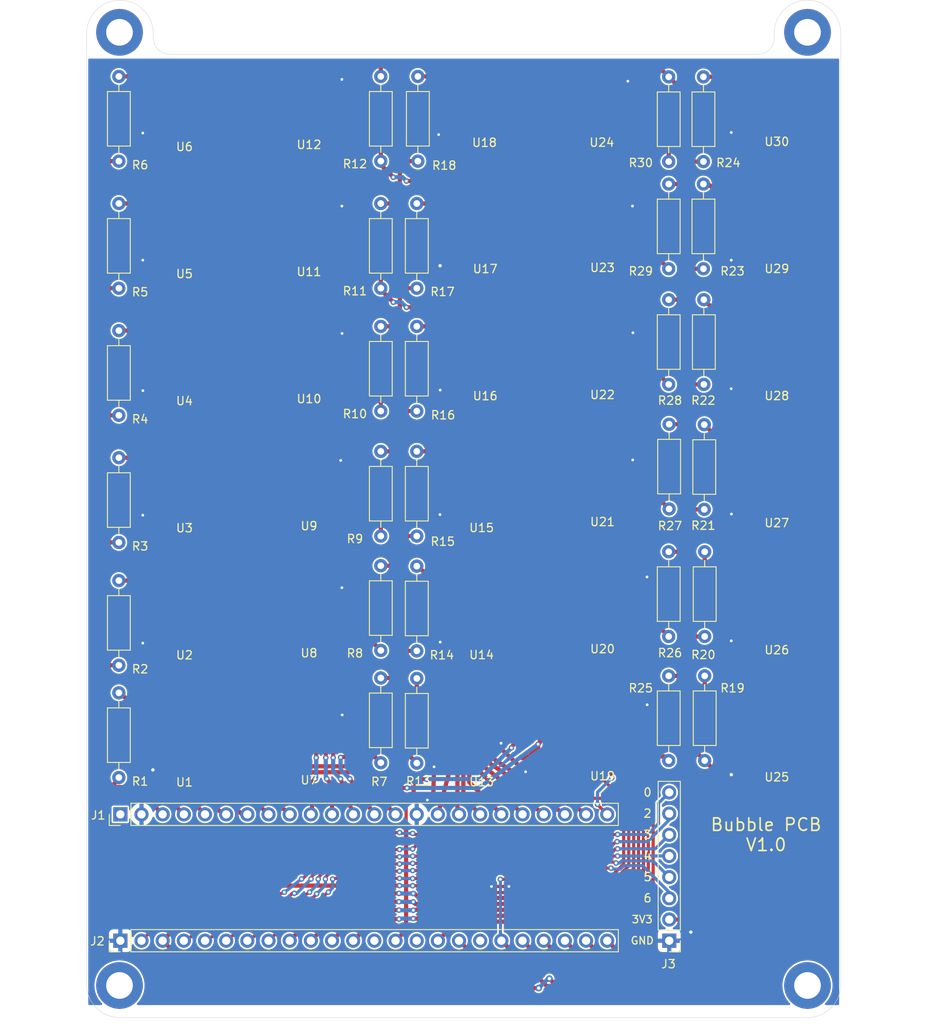
<source format=kicad_pcb>
(kicad_pcb (version 20200724) (host pcbnew "(5.99.0-2415-gbbdd3fce7)")
  (layers (0 "F.Cu" signal) (31 "B.Cu" signal) (34 "B.Paste" user) (35 "F.Paste" user) (36 "B.SilkS" user) (37 "F.SilkS" user) (38 "B.Mask" user) (39 "F.Mask" user) (44 "Edge.Cuts" user))
  (net 0 "")
  (net 1 "SCK")
  (net 2 "MISO")
  (net 3 "Net-(U1-Pad4)")
  (net 4 "+3V3")
  (net 5 "GND")
  (net 6 "VCC")
  (net 7 "SCK1")
  (net 8 "MOSI1")
  (net 9 "MOSI")
  (net 10 "MISO1")
  (net 11 "Net-(R1-Pad1)")
  (net 12 "Net-(R2-Pad1)")
  (net 13 "Net-(U2-Pad4)")
  (net 14 "ss3")
  (net 15 "ss4")
  (net 16 "ss5")
  (net 17 "ss6")
  (net 18 "ss7")
  (net 19 "ss8")
  (net 20 "ss9")
  (net 21 "ss10")
  (net 22 "ss11")
  (net 23 "ss12")
  (net 24 "ss13")
  (net 25 "ss14")
  (net 26 "ss15")
  (net 27 "ss16")
  (net 28 "ss17")
  (net 29 "ss18")
  (net 30 "ss19")
  (net 31 "gp1")
  (net 32 "gp2")
  (net 33 "gp4")
  (net 34 "gp3")
  (net 35 "ss20")
  (net 36 "ss21")
  (net 37 "ss22")
  (net 38 "ss23")
  (net 39 "ss24")
  (net 40 "ss25")
  (net 41 "ss26")
  (net 42 "ss27")
  (net 43 "ss28")
  (net 44 "ss29")
  (net 45 "ss30")
  (net 46 "gp5")
  (net 47 "gp6")
  (module "Sensor:ABPMANN060KGSA3" (layer "F.Cu") (at 92.663007 43.660639 -90)
    (fp_text reference "U24" (at 4.9 -0.66 unlocked) (layer "F.SilkS"))
    (fp_text value "ABPMANN060KGSA3")
    (pad "1" smd rect (at -2.54 -6 270) (size 0.65 1.75) (layers "F.Cu" "F.Paste" "F.Mask") (net 5 "GND"))
    (pad "2" smd rect (at 0 -6 270) (size 0.65 1.75) (layers "F.Cu" "F.Paste" "F.Mask") (net 4 "+3V3"))
    (pad "3" smd rect (at 2.54 -6 270) (size 0.65 1.75) (layers "F.Cu" "F.Paste" "F.Mask") (net 30 "ss19"))
    (pad "4" smd rect (at 2.54 4.6 270) (size 0.65 1.75) (layers "F.Cu" "F.Paste" "F.Mask") (net 13 "Net-(U2-Pad4)"))
    (pad "5" smd rect (at 0 4.6 270) (size 0.65 1.75) (layers "F.Cu" "F.Paste" "F.Mask") (net 10 "MISO1"))
    (pad "6" smd rect (at -2.54 4.6 270) (size 0.65 1.75) (layers "F.Cu" "F.Paste" "F.Mask") (net 7 "SCK1"))
  )
  (module "Resistor_THT:R_Axial_DIN0207_L6.3mm_D2.5mm_P10.16mm_Horizontal" (layer "F.Cu") (at 105.664 97.6376 -90)
    (fp_text reference "R26" (at 12.1412 4.164 180) (layer "F.SilkS"))
    (fp_text value "3.3k")
    (pad "1" thru_hole circle (at 0 0 270) (size 1.6 1.6) (drill 0.8) (layers *.Cu *.Mask) (net 41 "ss26"))
    (pad "2" thru_hole oval (at 10.16 0 270) (size 1.6 1.6) (drill 0.8) (layers *.Cu *.Mask) (net 4 "+3V3"))
  )
  (module "MountingHole:MountingHole_3.2mm_M3_DIN965_Pad" (layer "F.Cu") (at 118 35.35)
    (fp_text reference "REF**" hide)
    (fp_text value "MountingHole_3.2mm_M3_DIN965_Pad")
    (pad "2" thru_hole circle (at 0 0) (size 5.6 5.6) (drill 3.2) (layers *.Cu *.Mask))
  )
  (module "Resistor_THT:R_Axial_DIN0207_L6.3mm_D2.5mm_P10.16mm_Horizontal" (layer "F.Cu") (at 66.802 122.936 90)
    (fp_text reference "R7" (at -2.284 -0.182 180) (layer "F.SilkS"))
    (fp_text value "3.3k")
    (pad "1" thru_hole circle (at 0 0 90) (size 1.6 1.6) (drill 0.8) (layers *.Cu *.Mask) (net 21 "ss10"))
    (pad "2" thru_hole oval (at 10.16 0 90) (size 1.6 1.6) (drill 0.8) (layers *.Cu *.Mask) (net 4 "+3V3"))
  )
  (module "Sensor:ABPMANN060KGSA3" (layer "F.Cu") (at 79.873 58.841 90)
    (fp_text reference "U17" (at -4.88 -0.54 unlocked) (layer "F.SilkS"))
    (fp_text value "ABPMANN060KGSA3")
    (pad "1" smd rect (at -2.54 -6 90) (size 0.65 1.75) (layers "F.Cu" "F.Paste" "F.Mask") (net 5 "GND"))
    (pad "2" smd rect (at 0 -6 90) (size 0.65 1.75) (layers "F.Cu" "F.Paste" "F.Mask") (net 4 "+3V3"))
    (pad "3" smd rect (at 2.54 -6 90) (size 0.65 1.75) (layers "F.Cu" "F.Paste" "F.Mask") (net 27 "ss16"))
    (pad "4" smd rect (at 2.54 4.6 90) (size 0.65 1.75) (layers "F.Cu" "F.Paste" "F.Mask") (net 13 "Net-(U2-Pad4)"))
    (pad "5" smd rect (at 0 4.6 90) (size 0.65 1.75) (layers "F.Cu" "F.Paste" "F.Mask") (net 10 "MISO1"))
    (pad "6" smd rect (at -2.54 4.6 90) (size 0.65 1.75) (layers "F.Cu" "F.Paste" "F.Mask") (net 7 "SCK1"))
  )
  (module "Sensor:ABPMANN060KGSA3" (layer "F.Cu") (at 79.883 89.281 90)
    (fp_text reference "U15" (at -5.49 -0.99 unlocked) (layer "F.SilkS"))
    (fp_text value "ABPMANN060KGSA3")
    (pad "1" smd rect (at -2.54 -6 90) (size 0.65 1.75) (layers "F.Cu" "F.Paste" "F.Mask") (net 5 "GND"))
    (pad "2" smd rect (at 0 -6 90) (size 0.65 1.75) (layers "F.Cu" "F.Paste" "F.Mask") (net 4 "+3V3"))
    (pad "3" smd rect (at 2.54 -6 90) (size 0.65 1.75) (layers "F.Cu" "F.Paste" "F.Mask") (net 24 "ss13"))
    (pad "4" smd rect (at 2.54 4.6 90) (size 0.65 1.75) (layers "F.Cu" "F.Paste" "F.Mask") (net 3 "Net-(U1-Pad4)"))
    (pad "5" smd rect (at 0 4.6 90) (size 0.65 1.75) (layers "F.Cu" "F.Paste" "F.Mask") (net 2 "MISO"))
    (pad "6" smd rect (at -2.54 4.6 90) (size 0.65 1.75) (layers "F.Cu" "F.Paste" "F.Mask") (net 1 "SCK"))
  )
  (module "Sensor:ABPMANN060KGSA3" (layer "F.Cu") (at 58 89.24 -90)
    (fp_text reference "U9" (at 5.31 -0.19 unlocked) (layer "F.SilkS"))
    (fp_text value "ABPMANN060KGSA3")
    (pad "1" smd rect (at -2.54 -6 270) (size 0.65 1.75) (layers "F.Cu" "F.Paste" "F.Mask") (net 5 "GND"))
    (pad "2" smd rect (at 0 -6 270) (size 0.65 1.75) (layers "F.Cu" "F.Paste" "F.Mask") (net 4 "+3V3"))
    (pad "3" smd rect (at 2.54 -6 270) (size 0.65 1.75) (layers "F.Cu" "F.Paste" "F.Mask") (net 19 "ss8"))
    (pad "4" smd rect (at 2.54 4.6 270) (size 0.65 1.75) (layers "F.Cu" "F.Paste" "F.Mask") (net 3 "Net-(U1-Pad4)"))
    (pad "5" smd rect (at 0 4.6 270) (size 0.65 1.75) (layers "F.Cu" "F.Paste" "F.Mask") (net 2 "MISO"))
    (pad "6" smd rect (at -2.54 4.6 270) (size 0.65 1.75) (layers "F.Cu" "F.Paste" "F.Mask") (net 1 "SCK"))
  )
  (module "Sensor:ABPMANN060KGSA3" (layer "F.Cu") (at 114.8588 74.0664 90)
    (fp_text reference "U28" (at -4.88 -0.54 unlocked) (layer "F.SilkS"))
    (fp_text value "ABPMANN060KGSA3")
    (pad "1" smd rect (at -2.54 -6 90) (size 0.65 1.75) (layers "F.Cu" "F.Paste" "F.Mask") (net 5 "GND"))
    (pad "2" smd rect (at 0 -6 90) (size 0.65 1.75) (layers "F.Cu" "F.Paste" "F.Mask") (net 4 "+3V3"))
    (pad "3" smd rect (at 2.54 -6 90) (size 0.65 1.75) (layers "F.Cu" "F.Paste" "F.Mask") (net 43 "ss28"))
    (pad "4" smd rect (at 2.54 4.6 90) (size 0.65 1.75) (layers "F.Cu" "F.Paste" "F.Mask") (net 13 "Net-(U2-Pad4)"))
    (pad "5" smd rect (at 0 4.6 90) (size 0.65 1.75) (layers "F.Cu" "F.Paste" "F.Mask") (net 10 "MISO1"))
    (pad "6" smd rect (at -2.54 4.6 90) (size 0.65 1.75) (layers "F.Cu" "F.Paste" "F.Mask") (net 7 "SCK1"))
  )
  (module "Resistor_THT:R_Axial_DIN0207_L6.3mm_D2.5mm_P10.16mm_Horizontal" (layer "F.Cu") (at 66.802 66.04 90)
    (fp_text reference "R11" (at -0.34 -3.102 180) (layer "F.SilkS"))
    (fp_text value "3.3k")
    (pad "1" thru_hole circle (at 0 0 90) (size 1.6 1.6) (drill 0.8) (layers *.Cu *.Mask) (net 26 "ss15"))
    (pad "2" thru_hole oval (at 10.16 0 90) (size 1.6 1.6) (drill 0.8) (layers *.Cu *.Mask) (net 4 "+3V3"))
  )
  (module "Sensor:ABPMANN060KGSA3" (layer "F.Cu") (at 79.873 43.601 90)
    (fp_text reference "U18" (at -4.979 -0.633 unlocked) (layer "F.SilkS"))
    (fp_text value "ABPMANN060KGSA3")
    (pad "1" smd rect (at -2.54 -6 90) (size 0.65 1.75) (layers "F.Cu" "F.Paste" "F.Mask") (net 5 "GND"))
    (pad "2" smd rect (at 0 -6 90) (size 0.65 1.75) (layers "F.Cu" "F.Paste" "F.Mask") (net 4 "+3V3"))
    (pad "3" smd rect (at 2.54 -6 90) (size 0.65 1.75) (layers "F.Cu" "F.Paste" "F.Mask") (net 29 "ss18"))
    (pad "4" smd rect (at 2.54 4.6 90) (size 0.65 1.75) (layers "F.Cu" "F.Paste" "F.Mask") (net 13 "Net-(U2-Pad4)"))
    (pad "5" smd rect (at 0 4.6 90) (size 0.65 1.75) (layers "F.Cu" "F.Paste" "F.Mask") (net 10 "MISO1"))
    (pad "6" smd rect (at -2.54 4.6 90) (size 0.65 1.75) (layers "F.Cu" "F.Paste" "F.Mask") (net 7 "SCK1"))
  )
  (module "Sensor:ABPMANN060KGSA3" (layer "F.Cu") (at 79.873 74.081 90)
    (fp_text reference "U16" (at -4.88 -0.54 unlocked) (layer "F.SilkS"))
    (fp_text value "ABPMANN060KGSA3")
    (pad "1" smd rect (at -2.54 -6 90) (size 0.65 1.75) (layers "F.Cu" "F.Paste" "F.Mask") (net 5 "GND"))
    (pad "2" smd rect (at 0 -6 90) (size 0.65 1.75) (layers "F.Cu" "F.Paste" "F.Mask") (net 4 "+3V3"))
    (pad "3" smd rect (at 2.54 -6 90) (size 0.65 1.75) (layers "F.Cu" "F.Paste" "F.Mask") (net 25 "ss14"))
    (pad "4" smd rect (at 2.54 4.6 90) (size 0.65 1.75) (layers "F.Cu" "F.Paste" "F.Mask") (net 13 "Net-(U2-Pad4)"))
    (pad "5" smd rect (at 0 4.6 90) (size 0.65 1.75) (layers "F.Cu" "F.Paste" "F.Mask") (net 10 "MISO1"))
    (pad "6" smd rect (at -2.54 4.6 90) (size 0.65 1.75) (layers "F.Cu" "F.Paste" "F.Mask") (net 7 "SCK1"))
  )
  (module "Resistor_THT:R_Axial_DIN0207_L6.3mm_D2.5mm_P10.16mm_Horizontal" (layer "F.Cu") (at 35.372201 114.554 -90)
    (fp_text reference "R1" (at 10.626 -2.547799 -180) (layer "F.SilkS"))
    (fp_text value "3.3k")
    (pad "1" thru_hole circle (at 0 0 270) (size 1.6 1.6) (drill 0.8) (layers *.Cu *.Mask) (net 11 "Net-(R1-Pad1)"))
    (pad "2" thru_hole oval (at 10.16 0 270) (size 1.6 1.6) (drill 0.8) (layers *.Cu *.Mask) (net 4 "+3V3"))
  )
  (module "Sensor:ABPMANN060KGSA3" (layer "F.Cu") (at 114.8588 119.7864 90)
    (fp_text reference "U25" (at -4.88 -0.54 unlocked) (layer "F.SilkS"))
    (fp_text value "ABPMANN060KGSA3")
    (pad "1" smd rect (at -2.54 -6 90) (size 0.65 1.75) (layers "F.Cu" "F.Paste" "F.Mask") (net 5 "GND"))
    (pad "2" smd rect (at 0 -6 90) (size 0.65 1.75) (layers "F.Cu" "F.Paste" "F.Mask") (net 4 "+3V3"))
    (pad "3" smd rect (at 2.54 -6 90) (size 0.65 1.75) (layers "F.Cu" "F.Paste" "F.Mask") (net 40 "ss25"))
    (pad "4" smd rect (at 2.54 4.6 90) (size 0.65 1.75) (layers "F.Cu" "F.Paste" "F.Mask") (net 13 "Net-(U2-Pad4)"))
    (pad "5" smd rect (at 0 4.6 90) (size 0.65 1.75) (layers "F.Cu" "F.Paste" "F.Mask") (net 10 "MISO1"))
    (pad "6" smd rect (at -2.54 4.6 90) (size 0.65 1.75) (layers "F.Cu" "F.Paste" "F.Mask") (net 7 "SCK1"))
  )
  (module "Resistor_THT:R_Axial_DIN0207_L6.3mm_D2.5mm_P10.16mm_Horizontal" (layer "F.Cu") (at 66.802 95.758 90)
    (fp_text reference "R9" (at -0.34 -3.102 180) (layer "F.SilkS"))
    (fp_text value "3.3k")
    (pad "1" thru_hole circle (at 0 0 90) (size 1.6 1.6) (drill 0.8) (layers *.Cu *.Mask) (net 19 "ss8"))
    (pad "2" thru_hole oval (at 10.16 0 90) (size 1.6 1.6) (drill 0.8) (layers *.Cu *.Mask) (net 4 "+3V3"))
  )
  (module "Connector_PinHeader_2.54mm:PinHeader_1x24_P2.54mm_Vertical" (layer "F.Cu") (at 35.55 129.13 90)
    (fp_text reference "J1" (at -0.11 -2.65 180) (layer "F.SilkS"))
    (fp_text value "Conn_01x24_Female")
    (pad "1" thru_hole rect (at 0 0 90) (size 1.7 1.7) (drill 1) (layers *.Cu *.Mask) (net 6 "VCC"))
    (pad "2" thru_hole oval (at 0 2.54 90) (size 1.7 1.7) (drill 1) (layers *.Cu *.Mask) (net 5 "GND"))
    (pad "3" thru_hole oval (at 0 5.08 90) (size 1.7 1.7) (drill 1) (layers *.Cu *.Mask) (net 4 "+3V3"))
    (pad "4" thru_hole oval (at 0 7.62 90) (size 1.7 1.7) (drill 1) (layers *.Cu *.Mask) (net 11 "Net-(R1-Pad1)"))
    (pad "5" thru_hole oval (at 0 10.16 90) (size 1.7 1.7) (drill 1) (layers *.Cu *.Mask) (net 12 "Net-(R2-Pad1)"))
    (pad "6" thru_hole oval (at 0 12.7 90) (size 1.7 1.7) (drill 1) (layers *.Cu *.Mask) (net 14 "ss3"))
    (pad "7" thru_hole oval (at 0 15.24 90) (size 1.7 1.7) (drill 1) (layers *.Cu *.Mask) (net 15 "ss4"))
    (pad "8" thru_hole oval (at 0 17.78 90) (size 1.7 1.7) (drill 1) (layers *.Cu *.Mask) (net 16 "ss5"))
    (pad "9" thru_hole oval (at 0 20.32 90) (size 1.7 1.7) (drill 1) (layers *.Cu *.Mask) (net 17 "ss6"))
    (pad "10" thru_hole oval (at 0 22.86 90) (size 1.7 1.7) (drill 1) (layers *.Cu *.Mask) (net 18 "ss7"))
    (pad "11" thru_hole oval (at 0 25.4 90) (size 1.7 1.7) (drill 1) (layers *.Cu *.Mask) (net 19 "ss8"))
    (pad "12" thru_hole oval (at 0 27.94 90) (size 1.7 1.7) (drill 1) (layers *.Cu *.Mask) (net 20 "ss9"))
    (pad "13" thru_hole oval (at 0 30.48 90) (size 1.7 1.7) (drill 1) (layers *.Cu *.Mask) (net 21 "ss10"))
    (pad "14" thru_hole oval (at 0 33.02 90) (size 1.7 1.7) (drill 1) (layers *.Cu *.Mask) (net 1 "SCK"))
    (pad "15" thru_hole oval (at 0 35.56 90) (size 1.7 1.7) (drill 1) (layers *.Cu *.Mask) (net 5 "GND"))
    (pad "16" thru_hole oval (at 0 38.1 90) (size 1.7 1.7) (drill 1) (layers *.Cu *.Mask) (net 22 "ss11"))
    (pad "17" thru_hole oval (at 0 40.64 90) (size 1.7 1.7) (drill 1) (layers *.Cu *.Mask) (net 23 "ss12"))
    (pad "18" thru_hole oval (at 0 43.18 90) (size 1.7 1.7) (drill 1) (layers *.Cu *.Mask) (net 24 "ss13"))
    (pad "19" thru_hole oval (at 0 45.72 90) (size 1.7 1.7) (drill 1) (layers *.Cu *.Mask) (net 25 "ss14"))
    (pad "20" thru_hole oval (at 0 48.26 90) (size 1.7 1.7) (drill 1) (layers *.Cu *.Mask) (net 26 "ss15"))
    (pad "21" thru_hole oval (at 0 50.8 90) (size 1.7 1.7) (drill 1) (layers *.Cu *.Mask) (net 27 "ss16"))
    (pad "22" thru_hole oval (at 0 53.34 90) (size 1.7 1.7) (drill 1) (layers *.Cu *.Mask) (net 28 "ss17"))
    (pad "23" thru_hole oval (at 0 55.88 90) (size 1.7 1.7) (drill 1) (layers *.Cu *.Mask) (net 29 "ss18"))
    (pad "24" thru_hole oval (at 0 58.42 90) (size 1.7 1.7) (drill 1) (layers *.Cu *.Mask) (net 30 "ss19"))
  )
  (module "Connector_PinHeader_2.54mm:PinHeader_1x24_P2.54mm_Vertical" (layer "F.Cu") (at 35.55 144.28 90)
    (fp_text reference "J2" (at -0.06 -2.75 180) (layer "F.SilkS"))
    (fp_text value "Conn_01x24_Female")
    (pad "1" thru_hole rect (at 0 0 90) (size 1.7 1.7) (drill 1) (layers *.Cu *.Mask) (net 5 "GND"))
    (pad "2" thru_hole oval (at 0 2.54 90) (size 1.7 1.7) (drill 1) (layers *.Cu *.Mask) (net 47 "gp6"))
    (pad "3" thru_hole oval (at 0 5.08 90) (size 1.7 1.7) (drill 1) (layers *.Cu *.Mask) (net 10 "MISO1"))
    (pad "4" thru_hole oval (at 0 7.62 90) (size 1.7 1.7) (drill 1) (layers *.Cu *.Mask) (net 46 "gp5"))
    (pad "5" thru_hole oval (at 0 10.16 90) (size 1.7 1.7) (drill 1) (layers *.Cu *.Mask) (net 33 "gp4"))
    (pad "6" thru_hole oval (at 0 12.7 90) (size 1.7 1.7) (drill 1) (layers *.Cu *.Mask) (net 34 "gp3"))
    (pad "7" thru_hole oval (at 0 15.24 90) (size 1.7 1.7) (drill 1) (layers *.Cu *.Mask) (net 32 "gp2"))
    (pad "8" thru_hole oval (at 0 17.78 90) (size 1.7 1.7) (drill 1) (layers *.Cu *.Mask) (net 31 "gp1"))
    (pad "9" thru_hole oval (at 0 20.32 90) (size 1.7 1.7) (drill 1) (layers *.Cu *.Mask) (net 35 "ss20"))
    (pad "10" thru_hole oval (at 0 22.86 90) (size 1.7 1.7) (drill 1) (layers *.Cu *.Mask) (net 36 "ss21"))
    (pad "11" thru_hole oval (at 0 25.4 90) (size 1.7 1.7) (drill 1) (layers *.Cu *.Mask) (net 37 "ss22"))
    (pad "12" thru_hole oval (at 0 27.94 90) (size 1.7 1.7) (drill 1) (layers *.Cu *.Mask) (net 38 "ss23"))
    (pad "13" thru_hole oval (at 0 30.48 90) (size 1.7 1.7) (drill 1) (layers *.Cu *.Mask) (net 9 "MOSI"))
    (pad "14" thru_hole oval (at 0 33.02 90) (size 1.7 1.7) (drill 1) (layers *.Cu *.Mask) (net 2 "MISO"))
    (pad "15" thru_hole oval (at 0 35.56 90) (size 1.7 1.7) (drill 1) (layers *.Cu *.Mask) (net 4 "+3V3"))
    (pad "16" thru_hole oval (at 0 38.1 90) (size 1.7 1.7) (drill 1) (layers *.Cu *.Mask) (net 39 "ss24"))
    (pad "17" thru_hole oval (at 0 40.64 90) (size 1.7 1.7) (drill 1) (layers *.Cu *.Mask) (net 45 "ss30"))
    (pad "18" thru_hole oval (at 0 43.18 90) (size 1.7 1.7) (drill 1) (layers *.Cu *.Mask) (net 8 "MOSI1"))
    (pad "19" thru_hole oval (at 0 45.72 90) (size 1.7 1.7) (drill 1) (layers *.Cu *.Mask) (net 7 "SCK1"))
    (pad "20" thru_hole oval (at 0 48.26 90) (size 1.7 1.7) (drill 1) (layers *.Cu *.Mask) (net 44 "ss29"))
    (pad "21" thru_hole oval (at 0 50.8 90) (size 1.7 1.7) (drill 1) (layers *.Cu *.Mask) (net 43 "ss28"))
    (pad "22" thru_hole oval (at 0 53.34 90) (size 1.7 1.7) (drill 1) (layers *.Cu *.Mask) (net 42 "ss27"))
    (pad "23" thru_hole oval (at 0 55.88 90) (size 1.7 1.7) (drill 1) (layers *.Cu *.Mask) (net 41 "ss26"))
    (pad "24" thru_hole oval (at 0 58.42 90) (size 1.7 1.7) (drill 1) (layers *.Cu *.Mask) (net 40 "ss25"))
  )
  (module "Resistor_THT:R_Axial_DIN0207_L6.3mm_D2.5mm_P10.16mm_Horizontal" (layer "F.Cu") (at 66.802 50.8 90)
    (fp_text reference "R12" (at -0.34 -3.102 180) (layer "F.SilkS"))
    (fp_text value "3.3k")
    (pad "1" thru_hole circle (at 0 0 90) (size 1.6 1.6) (drill 0.8) (layers *.Cu *.Mask) (net 28 "ss17"))
    (pad "2" thru_hole oval (at 10.16 0 90) (size 1.6 1.6) (drill 0.8) (layers *.Cu *.Mask) (net 4 "+3V3"))
  )
  (module "Resistor_THT:R_Axial_DIN0207_L6.3mm_D2.5mm_P10.16mm_Horizontal" (layer "F.Cu") (at 35.372201 71.12 -90)
    (fp_text reference "R4" (at 10.626 -2.547799 -180) (layer "F.SilkS"))
    (fp_text value "3.3k")
    (pad "1" thru_hole circle (at 0 0 270) (size 1.6 1.6) (drill 0.8) (layers *.Cu *.Mask) (net 15 "ss4"))
    (pad "2" thru_hole oval (at 10.16 0 270) (size 1.6 1.6) (drill 0.8) (layers *.Cu *.Mask) (net 4 "+3V3"))
  )
  (module "Sensor:ABPMANN060KGSA3" (layer "F.Cu") (at 92.74 89.16 -90)
    (fp_text reference "U21" (at 4.9 -0.66 unlocked) (layer "F.SilkS"))
    (fp_text value "ABPMANN060KGSA3")
    (pad "1" smd rect (at -2.54 -6 270) (size 0.65 1.75) (layers "F.Cu" "F.Paste" "F.Mask") (net 5 "GND"))
    (pad "2" smd rect (at 0 -6 270) (size 0.65 1.75) (layers "F.Cu" "F.Paste" "F.Mask") (net 4 "+3V3"))
    (pad "3" smd rect (at 2.54 -6 270) (size 0.65 1.75) (layers "F.Cu" "F.Paste" "F.Mask") (net 37 "ss22"))
    (pad "4" smd rect (at 2.54 4.6 270) (size 0.65 1.75) (layers "F.Cu" "F.Paste" "F.Mask") (net 13 "Net-(U2-Pad4)"))
    (pad "5" smd rect (at 0 4.6 270) (size 0.65 1.75) (layers "F.Cu" "F.Paste" "F.Mask") (net 10 "MISO1"))
    (pad "6" smd rect (at -2.54 4.6 270) (size 0.65 1.75) (layers "F.Cu" "F.Paste" "F.Mask") (net 7 "SCK1"))
  )
  (module "Connector_PinHeader_2.54mm:PinHeader_1x08_P2.54mm_Vertical" (layer "F.Cu") (at 101.41 144.28 180)
    (fp_text reference "J3" (at 0.08 -2.8) (layer "F.SilkS"))
    (fp_text value "Conn_01x07_Male")
    (pad "1" thru_hole rect (at 0 0 180) (size 1.7 1.7) (drill 1) (layers *.Cu *.Mask) (net 5 "GND"))
    (pad "2" thru_hole oval (at 0 2.54 180) (size 1.7 1.7) (drill 1) (layers *.Cu *.Mask) (net 4 "+3V3"))
    (pad "3" thru_hole oval (at 0 5.08 180) (size 1.7 1.7) (drill 1) (layers *.Cu *.Mask) (net 31 "gp1"))
    (pad "4" thru_hole oval (at 0 7.62 180) (size 1.7 1.7) (drill 1) (layers *.Cu *.Mask) (net 32 "gp2"))
    (pad "5" thru_hole oval (at 0 10.16 180) (size 1.7 1.7) (drill 1) (layers *.Cu *.Mask) (net 34 "gp3"))
    (pad "6" thru_hole oval (at 0 12.7 180) (size 1.7 1.7) (drill 1) (layers *.Cu *.Mask) (net 33 "gp4"))
    (pad "7" thru_hole oval (at 0 15.24 180) (size 1.7 1.7) (drill 1) (layers *.Cu *.Mask) (net 46 "gp5"))
    (pad "8" thru_hole oval (at 0 17.78 180) (size 1.7 1.7) (drill 1) (layers *.Cu *.Mask) (net 47 "gp6"))
  )
  (module "Resistor_THT:R_Axial_DIN0207_L6.3mm_D2.5mm_P10.16mm_Horizontal" (layer "F.Cu") (at 71.247 40.64 -90)
    (fp_text reference "R18" (at 10.68 -3.163) (layer "F.SilkS"))
    (fp_text value "3.3k")
    (pad "1" thru_hole circle (at 0 0 270) (size 1.6 1.6) (drill 0.8) (layers *.Cu *.Mask) (net 29 "ss18"))
    (pad "2" thru_hole oval (at 10.16 0 270) (size 1.6 1.6) (drill 0.8) (layers *.Cu *.Mask) (net 4 "+3V3"))
  )
  (module "Sensor:ABPMANN060KGSA3" (layer "F.Cu") (at 44.230201 89.31 90)
    (fp_text reference "U3" (at -5.49 -0.99 unlocked) (layer "F.SilkS"))
    (fp_text value "ABPMANN060KGSA3")
    (pad "1" smd rect (at -2.54 -6 90) (size 0.65 1.75) (layers "F.Cu" "F.Paste" "F.Mask") (net 5 "GND"))
    (pad "2" smd rect (at 0 -6 90) (size 0.65 1.75) (layers "F.Cu" "F.Paste" "F.Mask") (net 4 "+3V3"))
    (pad "3" smd rect (at 2.54 -6 90) (size 0.65 1.75) (layers "F.Cu" "F.Paste" "F.Mask") (net 14 "ss3"))
    (pad "4" smd rect (at 2.54 4.6 90) (size 0.65 1.75) (layers "F.Cu" "F.Paste" "F.Mask") (net 3 "Net-(U1-Pad4)"))
    (pad "5" smd rect (at 0 4.6 90) (size 0.65 1.75) (layers "F.Cu" "F.Paste" "F.Mask") (net 2 "MISO"))
    (pad "6" smd rect (at -2.54 4.6 90) (size 0.65 1.75) (layers "F.Cu" "F.Paste" "F.Mask") (net 1 "SCK"))
  )
  (module "MountingHole:MountingHole_3.2mm_M3_DIN965_Pad" (layer "F.Cu") (at 35.45 35.35)
    (fp_text reference "REF**" hide)
    (fp_text value "MountingHole_3.2mm_M3_DIN965_Pad")
    (pad "1" thru_hole circle (at 0 0) (size 5.6 5.6) (drill 3.2) (layers *.Cu *.Mask))
  )
  (module "Resistor_THT:R_Axial_DIN0207_L6.3mm_D2.5mm_P10.16mm_Horizontal" (layer "F.Cu") (at 101.346 122.682 90)
    (fp_text reference "R19" (at 8.682 7.654 180) (layer "F.SilkS"))
    (fp_text value "3.3k")
    (pad "1" thru_hole circle (at 0 0 90) (size 1.6 1.6) (drill 0.8) (layers *.Cu *.Mask) (net 39 "ss24"))
    (pad "2" thru_hole oval (at 10.16 0 90) (size 1.6 1.6) (drill 0.8) (layers *.Cu *.Mask) (net 4 "+3V3"))
  )
  (module "Resistor_THT:R_Axial_DIN0207_L6.3mm_D2.5mm_P10.16mm_Horizontal" (layer "F.Cu") (at 105.5116 53.5432 -90)
    (fp_text reference "R29" (at 10.4568 7.5116 180) (layer "F.SilkS"))
    (fp_text value "3.3k")
    (pad "1" thru_hole circle (at 0 0 270) (size 1.6 1.6) (drill 0.8) (layers *.Cu *.Mask) (net 44 "ss29"))
    (pad "2" thru_hole oval (at 10.16 0 270) (size 1.6 1.6) (drill 0.8) (layers *.Cu *.Mask) (net 4 "+3V3"))
  )
  (module "Sensor:ABPMANN060KGSA3" (layer "F.Cu") (at 92.74 104.4 -90)
    (fp_text reference "U20" (at 4.9 -0.66 unlocked) (layer "F.SilkS"))
    (fp_text value "ABPMANN060KGSA3")
    (pad "1" smd rect (at -2.54 -6 270) (size 0.65 1.75) (layers "F.Cu" "F.Paste" "F.Mask") (net 5 "GND"))
    (pad "2" smd rect (at 0 -6 270) (size 0.65 1.75) (layers "F.Cu" "F.Paste" "F.Mask") (net 4 "+3V3"))
    (pad "3" smd rect (at 2.54 -6 270) (size 0.65 1.75) (layers "F.Cu" "F.Paste" "F.Mask") (net 38 "ss23"))
    (pad "4" smd rect (at 2.54 4.6 270) (size 0.65 1.75) (layers "F.Cu" "F.Paste" "F.Mask") (net 13 "Net-(U2-Pad4)"))
    (pad "5" smd rect (at 0 4.6 270) (size 0.65 1.75) (layers "F.Cu" "F.Paste" "F.Mask") (net 10 "MISO1"))
    (pad "6" smd rect (at -2.54 4.6 270) (size 0.65 1.75) (layers "F.Cu" "F.Paste" "F.Mask") (net 7 "SCK1"))
  )
  (module "Sensor:ABPMANN060KGSA3" (layer "F.Cu") (at 92.74 58.68 -90)
    (fp_text reference "U23" (at 4.9 -0.66 unlocked) (layer "F.SilkS"))
    (fp_text value "ABPMANN060KGSA3")
    (pad "1" smd rect (at -2.54 -6 270) (size 0.65 1.75) (layers "F.Cu" "F.Paste" "F.Mask") (net 5 "GND"))
    (pad "2" smd rect (at 0 -6 270) (size 0.65 1.75) (layers "F.Cu" "F.Paste" "F.Mask") (net 4 "+3V3"))
    (pad "3" smd rect (at 2.54 -6 270) (size 0.65 1.75) (layers "F.Cu" "F.Paste" "F.Mask") (net 35 "ss20"))
    (pad "4" smd rect (at 2.54 4.6 270) (size 0.65 1.75) (layers "F.Cu" "F.Paste" "F.Mask") (net 13 "Net-(U2-Pad4)"))
    (pad "5" smd rect (at 0 4.6 270) (size 0.65 1.75) (layers "F.Cu" "F.Paste" "F.Mask") (net 10 "MISO1"))
    (pad "6" smd rect (at -2.54 4.6 270) (size 0.65 1.75) (layers "F.Cu" "F.Paste" "F.Mask") (net 7 "SCK1"))
  )
  (module "Resistor_THT:R_Axial_DIN0207_L6.3mm_D2.5mm_P10.16mm_Horizontal" (layer "F.Cu") (at 101.346 77.5716 90)
    (fp_text reference "R22" (at -1.9284 4.154 180) (layer "F.SilkS"))
    (fp_text value "3.3k")
    (pad "1" thru_hole circle (at 0 0 90) (size 1.6 1.6) (drill 0.8) (layers *.Cu *.Mask) (net 36 "ss21"))
    (pad "2" thru_hole oval (at 10.16 0 90) (size 1.6 1.6) (drill 0.8) (layers *.Cu *.Mask) (net 4 "+3V3"))
  )
  (module "Sensor:ABPMANN060KGSA3" (layer "F.Cu") (at 92.74 119.64 -90)
    (fp_text reference "U19" (at 4.9 -0.66 unlocked) (layer "F.SilkS"))
    (fp_text value "ABPMANN060KGSA3")
    (pad "1" smd rect (at -2.54 -6 270) (size 0.65 1.75) (layers "F.Cu" "F.Paste" "F.Mask") (net 5 "GND"))
    (pad "2" smd rect (at 0 -6 270) (size 0.65 1.75) (layers "F.Cu" "F.Paste" "F.Mask") (net 4 "+3V3"))
    (pad "3" smd rect (at 2.54 -6 270) (size 0.65 1.75) (layers "F.Cu" "F.Paste" "F.Mask") (net 39 "ss24"))
    (pad "4" smd rect (at 2.54 4.6 270) (size 0.65 1.75) (layers "F.Cu" "F.Paste" "F.Mask") (net 13 "Net-(U2-Pad4)"))
    (pad "5" smd rect (at 0 4.6 270) (size 0.65 1.75) (layers "F.Cu" "F.Paste" "F.Mask") (net 10 "MISO1"))
    (pad "6" smd rect (at -2.54 4.6 270) (size 0.65 1.75) (layers "F.Cu" "F.Paste" "F.Mask") (net 7 "SCK1"))
  )
  (module "Resistor_THT:R_Axial_DIN0207_L6.3mm_D2.5mm_P10.16mm_Horizontal" (layer "F.Cu") (at 35.372201 55.88 -90)
    (fp_text reference "R5" (at 10.626 -2.547799 -180) (layer "F.SilkS"))
    (fp_text value "3.3k")
    (pad "1" thru_hole circle (at 0 0 270) (size 1.6 1.6) (drill 0.8) (layers *.Cu *.Mask) (net 16 "ss5"))
    (pad "2" thru_hole oval (at 10.16 0 270) (size 1.6 1.6) (drill 0.8) (layers *.Cu *.Mask) (net 4 "+3V3"))
  )
  (module "Resistor_THT:R_Axial_DIN0207_L6.3mm_D2.5mm_P10.16mm_Horizontal" (layer "F.Cu") (at 105.664 112.522 -90)
    (fp_text reference "R25" (at 1.478 7.664 180) (layer "F.SilkS"))
    (fp_text value "3.3k")
    (pad "1" thru_hole circle (at 0 0 270) (size 1.6 1.6) (drill 0.8) (layers *.Cu *.Mask) (net 40 "ss25"))
    (pad "2" thru_hole oval (at 10.16 0 270) (size 1.6 1.6) (drill 0.8) (layers *.Cu *.Mask) (net 4 "+3V3"))
  )
  (module "Resistor_THT:R_Axial_DIN0207_L6.3mm_D2.5mm_P10.16mm_Horizontal" (layer "F.Cu") (at 71.12 99.3648 -90)
    (fp_text reference "R14" (at 10.6752 -3.01 -180) (layer "F.SilkS"))
    (fp_text value "3.3k")
    (pad "1" thru_hole circle (at 0 0 270) (size 1.6 1.6) (drill 0.8) (layers *.Cu *.Mask) (net 23 "ss12"))
    (pad "2" thru_hole oval (at 10.16 0 270) (size 1.6 1.6) (drill 0.8) (layers *.Cu *.Mask) (net 4 "+3V3"))
  )
  (module "Resistor_THT:R_Axial_DIN0207_L6.3mm_D2.5mm_P10.16mm_Horizontal" (layer "F.Cu") (at 105.5624 67.4116 -90)
    (fp_text reference "R28" (at 12.0884 4.0624 180) (layer "F.SilkS"))
    (fp_text value "3.3k")
    (pad "1" thru_hole circle (at 0 0 270) (size 1.6 1.6) (drill 0.8) (layers *.Cu *.Mask) (net 43 "ss28"))
    (pad "2" thru_hole oval (at 10.16 0 270) (size 1.6 1.6) (drill 0.8) (layers *.Cu *.Mask) (net 4 "+3V3"))
  )
  (module "Sensor:ABPMANN060KGSA3" (layer "F.Cu") (at 79.883 104.521 90)
    (fp_text reference "U14" (at -5.49 -0.99 unlocked) (layer "F.SilkS"))
    (fp_text value "ABPMANN060KGSA3")
    (pad "1" smd rect (at -2.54 -6 90) (size 0.65 1.75) (layers "F.Cu" "F.Paste" "F.Mask") (net 5 "GND"))
    (pad "2" smd rect (at 0 -6 90) (size 0.65 1.75) (layers "F.Cu" "F.Paste" "F.Mask") (net 4 "+3V3"))
    (pad "3" smd rect (at 2.54 -6 90) (size 0.65 1.75) (layers "F.Cu" "F.Paste" "F.Mask") (net 23 "ss12"))
    (pad "4" smd rect (at 2.54 4.6 90) (size 0.65 1.75) (layers "F.Cu" "F.Paste" "F.Mask") (net 3 "Net-(U1-Pad4)"))
    (pad "5" smd rect (at 0 4.6 90) (size 0.65 1.75) (layers "F.Cu" "F.Paste" "F.Mask") (net 2 "MISO"))
    (pad "6" smd rect (at -2.54 4.6 90) (size 0.65 1.75) (layers "F.Cu" "F.Paste" "F.Mask") (net 1 "SCK"))
  )
  (module "Resistor_THT:R_Axial_DIN0207_L6.3mm_D2.5mm_P10.16mm_Horizontal" (layer "F.Cu") (at 105.5116 40.6908 -90)
    (fp_text reference "R30" (at 10.3092 7.5116 180) (layer "F.SilkS"))
    (fp_text value "3.3k")
    (pad "1" thru_hole circle (at 0 0 270) (size 1.6 1.6) (drill 0.8) (layers *.Cu *.Mask) (net 45 "ss30"))
    (pad "2" thru_hole oval (at 10.16 0 270) (size 1.6 1.6) (drill 0.8) (layers *.Cu *.Mask) (net 4 "+3V3"))
  )
  (module "Sensor:ABPMANN060KGSA3" (layer "F.Cu") (at 44.230201 58.83 90)
    (fp_text reference "U5" (at -5.49 -0.99 unlocked) (layer "F.SilkS"))
    (fp_text value "ABPMANN060KGSA3")
    (pad "1" smd rect (at -2.54 -6 90) (size 0.65 1.75) (layers "F.Cu" "F.Paste" "F.Mask") (net 5 "GND"))
    (pad "2" smd rect (at 0 -6 90) (size 0.65 1.75) (layers "F.Cu" "F.Paste" "F.Mask") (net 4 "+3V3"))
    (pad "3" smd rect (at 2.54 -6 90) (size 0.65 1.75) (layers "F.Cu" "F.Paste" "F.Mask") (net 16 "ss5"))
    (pad "4" smd rect (at 2.54 4.6 90) (size 0.65 1.75) (layers "F.Cu" "F.Paste" "F.Mask") (net 3 "Net-(U1-Pad4)"))
    (pad "5" smd rect (at 0 4.6 90) (size 0.65 1.75) (layers "F.Cu" "F.Paste" "F.Mask") (net 2 "MISO"))
    (pad "6" smd rect (at -2.54 4.6 90) (size 0.65 1.75) (layers "F.Cu" "F.Paste" "F.Mask") (net 1 "SCK"))
  )
  (module "MountingHole:MountingHole_3.2mm_M3_DIN965_Pad" (layer "F.Cu") (at 118 149.65)
    (fp_text reference "REF**" hide)
    (fp_text value "MountingHole_3.2mm_M3_DIN965_Pad")
    (pad "4" thru_hole circle (at 0 0) (size 5.6 5.6) (drill 3.2) (layers *.Cu *.Mask))
  )
  (module "Resistor_THT:R_Axial_DIN0207_L6.3mm_D2.5mm_P10.16mm_Horizontal" (layer "F.Cu") (at 105.6132 82.3976 -90)
    (fp_text reference "R27" (at 12.1412 4.1132 180) (layer "F.SilkS"))
    (fp_text value "3.3k")
    (pad "1" thru_hole circle (at 0 0 270) (size 1.6 1.6) (drill 0.8) (layers *.Cu *.Mask) (net 42 "ss27"))
    (pad "2" thru_hole oval (at 10.16 0 270) (size 1.6 1.6) (drill 0.8) (layers *.Cu *.Mask) (net 4 "+3V3"))
  )
  (module "Sensor:ABPMANN060KGSA3" (layer "F.Cu") (at 58 43.52 -90)
    (fp_text reference "U12" (at 5.31 -0.19 unlocked) (layer "F.SilkS"))
    (fp_text value "ABPMANN060KGSA3")
    (pad "1" smd rect (at -2.54 -6 270) (size 0.65 1.75) (layers "F.Cu" "F.Paste" "F.Mask") (net 5 "GND"))
    (pad "2" smd rect (at 0 -6 270) (size 0.65 1.75) (layers "F.Cu" "F.Paste" "F.Mask") (net 4 "+3V3"))
    (pad "3" smd rect (at 2.54 -6 270) (size 0.65 1.75) (layers "F.Cu" "F.Paste" "F.Mask") (net 28 "ss17"))
    (pad "4" smd rect (at 2.54 4.6 270) (size 0.65 1.75) (layers "F.Cu" "F.Paste" "F.Mask") (net 3 "Net-(U1-Pad4)"))
    (pad "5" smd rect (at 0 4.6 270) (size 0.65 1.75) (layers "F.Cu" "F.Paste" "F.Mask") (net 2 "MISO"))
    (pad "6" smd rect (at -2.54 4.6 270) (size 0.65 1.75) (layers "F.Cu" "F.Paste" "F.Mask") (net 1 "SCK"))
  )
  (module "Sensor:ABPMANN060KGSA3" (layer "F.Cu") (at 114.8588 43.5864 90)
    (fp_text reference "U30" (at -4.88 -0.54 unlocked) (layer "F.SilkS"))
    (fp_text value "ABPMANN060KGSA3")
    (pad "1" smd rect (at -2.54 -6 90) (size 0.65 1.75) (layers "F.Cu" "F.Paste" "F.Mask") (net 5 "GND"))
    (pad "2" smd rect (at 0 -6 90) (size 0.65 1.75) (layers "F.Cu" "F.Paste" "F.Mask") (net 4 "+3V3"))
    (pad "3" smd rect (at 2.54 -6 90) (size 0.65 1.75) (layers "F.Cu" "F.Paste" "F.Mask") (net 45 "ss30"))
    (pad "4" smd rect (at 2.54 4.6 90) (size 0.65 1.75) (layers "F.Cu" "F.Paste" "F.Mask") (net 13 "Net-(U2-Pad4)"))
    (pad "5" smd rect (at 0 4.6 90) (size 0.65 1.75) (layers "F.Cu" "F.Paste" "F.Mask") (net 10 "MISO1"))
    (pad "6" smd rect (at -2.54 4.6 90) (size 0.65 1.75) (layers "F.Cu" "F.Paste" "F.Mask") (net 7 "SCK1"))
  )
  (module "Sensor:ABPMANN060KGSA3" (layer "F.Cu") (at 58 119.72 -90)
    (fp_text reference "U7" (at 5.31 -0.19 unlocked) (layer "F.SilkS"))
    (fp_text value "ABPMANN060KGSA3")
    (pad "1" smd rect (at -2.54 -6 270) (size 0.65 1.75) (layers "F.Cu" "F.Paste" "F.Mask") (net 5 "GND"))
    (pad "2" smd rect (at 0 -6 270) (size 0.65 1.75) (layers "F.Cu" "F.Paste" "F.Mask") (net 4 "+3V3"))
    (pad "3" smd rect (at 2.54 -6 270) (size 0.65 1.75) (layers "F.Cu" "F.Paste" "F.Mask") (net 21 "ss10"))
    (pad "4" smd rect (at 2.54 4.6 270) (size 0.65 1.75) (layers "F.Cu" "F.Paste" "F.Mask") (net 3 "Net-(U1-Pad4)"))
    (pad "5" smd rect (at 0 4.6 270) (size 0.65 1.75) (layers "F.Cu" "F.Paste" "F.Mask") (net 2 "MISO"))
    (pad "6" smd rect (at -2.54 4.6 270) (size 0.65 1.75) (layers "F.Cu" "F.Paste" "F.Mask") (net 1 "SCK"))
  )
  (module "Sensor:ABPMANN060KGSA3" (layer "F.Cu") (at 114.8588 58.8264 90)
    (fp_text reference "U29" (at -4.88 -0.54 unlocked) (layer "F.SilkS"))
    (fp_text value "ABPMANN060KGSA3")
    (pad "1" smd rect (at -2.54 -6 90) (size 0.65 1.75) (layers "F.Cu" "F.Paste" "F.Mask") (net 5 "GND"))
    (pad "2" smd rect (at 0 -6 90) (size 0.65 1.75) (layers "F.Cu" "F.Paste" "F.Mask") (net 4 "+3V3"))
    (pad "3" smd rect (at 2.54 -6 90) (size 0.65 1.75) (layers "F.Cu" "F.Paste" "F.Mask") (net 44 "ss29"))
    (pad "4" smd rect (at 2.54 4.6 90) (size 0.65 1.75) (layers "F.Cu" "F.Paste" "F.Mask") (net 13 "Net-(U2-Pad4)"))
    (pad "5" smd rect (at 0 4.6 90) (size 0.65 1.75) (layers "F.Cu" "F.Paste" "F.Mask") (net 10 "MISO1"))
    (pad "6" smd rect (at -2.54 4.6 90) (size 0.65 1.75) (layers "F.Cu" "F.Paste" "F.Mask") (net 7 "SCK1"))
  )
  (module "MountingHole:MountingHole_3.2mm_M3_DIN965_Pad" (layer "F.Cu") (at 35.45 149.65)
    (fp_text reference "a" hide)
    (fp_text value "MountingHole_3.2mm_M3_DIN965_Pad")
    (pad "3" thru_hole circle (at 0 0) (size 5.6 5.6) (drill 3.2) (layers *.Cu *.Mask))
  )
  (module "Resistor_THT:R_Axial_DIN0207_L6.3mm_D2.5mm_P10.16mm_Horizontal" (layer "F.Cu") (at 71.12 112.8268 -90)
    (fp_text reference "R13" (at 12.3232 -0.17 -180) (layer "F.SilkS"))
    (fp_text value "3.3k")
    (pad "1" thru_hole circle (at 0 0 270) (size 1.6 1.6) (drill 0.8) (layers *.Cu *.Mask) (net 22 "ss11"))
    (pad "2" thru_hole oval (at 10.16 0 270) (size 1.6 1.6) (drill 0.8) (layers *.Cu *.Mask) (net 4 "+3V3"))
  )
  (module "Resistor_THT:R_Axial_DIN0207_L6.3mm_D2.5mm_P10.16mm_Horizontal" (layer "F.Cu") (at 66.802 80.772 90)
    (fp_text reference "R10" (at -0.34 -3.102 180) (layer "F.SilkS"))
    (fp_text value "3.3k")
    (pad "1" thru_hole circle (at 0 0 90) (size 1.6 1.6) (drill 0.8) (layers *.Cu *.Mask) (net 18 "ss7"))
    (pad "2" thru_hole oval (at 10.16 0 90) (size 1.6 1.6) (drill 0.8) (layers *.Cu *.Mask) (net 4 "+3V3"))
  )
  (module "Sensor:ABPMANN060KGSA3" (layer "F.Cu") (at 114.8588 104.5464 90)
    (fp_text reference "U26" (at -4.88 -0.54 unlocked) (layer "F.SilkS"))
    (fp_text value "ABPMANN060KGSA3")
    (pad "1" smd rect (at -2.54 -6 90) (size 0.65 1.75) (layers "F.Cu" "F.Paste" "F.Mask") (net 5 "GND"))
    (pad "2" smd rect (at 0 -6 90) (size 0.65 1.75) (layers "F.Cu" "F.Paste" "F.Mask") (net 4 "+3V3"))
    (pad "3" smd rect (at 2.54 -6 90) (size 0.65 1.75) (layers "F.Cu" "F.Paste" "F.Mask") (net 41 "ss26"))
    (pad "4" smd rect (at 2.54 4.6 90) (size 0.65 1.75) (layers "F.Cu" "F.Paste" "F.Mask") (net 13 "Net-(U2-Pad4)"))
    (pad "5" smd rect (at 0 4.6 90) (size 0.65 1.75) (layers "F.Cu" "F.Paste" "F.Mask") (net 10 "MISO1"))
    (pad "6" smd rect (at -2.54 4.6 90) (size 0.65 1.75) (layers "F.Cu" "F.Paste" "F.Mask") (net 7 "SCK1"))
  )
  (module "Sensor:ABPMANN060KGSA3" (layer "F.Cu") (at 114.8588 89.3064 90)
    (fp_text reference "U27" (at -4.88 -0.54 unlocked) (layer "F.SilkS"))
    (fp_text value "ABPMANN060KGSA3")
    (pad "1" smd rect (at -2.54 -6 90) (size 0.65 1.75) (layers "F.Cu" "F.Paste" "F.Mask") (net 5 "GND"))
    (pad "2" smd rect (at 0 -6 90) (size 0.65 1.75) (layers "F.Cu" "F.Paste" "F.Mask") (net 4 "+3V3"))
    (pad "3" smd rect (at 2.54 -6 90) (size 0.65 1.75) (layers "F.Cu" "F.Paste" "F.Mask") (net 42 "ss27"))
    (pad "4" smd rect (at 2.54 4.6 90) (size 0.65 1.75) (layers "F.Cu" "F.Paste" "F.Mask") (net 13 "Net-(U2-Pad4)"))
    (pad "5" smd rect (at 0 4.6 90) (size 0.65 1.75) (layers "F.Cu" "F.Paste" "F.Mask") (net 10 "MISO1"))
    (pad "6" smd rect (at -2.54 4.6 90) (size 0.65 1.75) (layers "F.Cu" "F.Paste" "F.Mask") (net 7 "SCK1"))
  )
  (module "Sensor:ABPMANN060KGSA3" (layer "F.Cu") (at 44.230201 104.55 90)
    (fp_text reference "U2" (at -5.49 -0.99 unlocked) (layer "F.SilkS"))
    (fp_text value "ABPMANN060KGSA3")
    (pad "1" smd rect (at -2.54 -6 90) (size 0.65 1.75) (layers "F.Cu" "F.Paste" "F.Mask") (net 5 "GND"))
    (pad "2" smd rect (at 0 -6 90) (size 0.65 1.75) (layers "F.Cu" "F.Paste" "F.Mask") (net 4 "+3V3"))
    (pad "3" smd rect (at 2.54 -6 90) (size 0.65 1.75) (layers "F.Cu" "F.Paste" "F.Mask") (net 12 "Net-(R2-Pad1)"))
    (pad "4" smd rect (at 2.54 4.6 90) (size 0.65 1.75) (layers "F.Cu" "F.Paste" "F.Mask") (net 3 "Net-(U1-Pad4)"))
    (pad "5" smd rect (at 0 4.6 90) (size 0.65 1.75) (layers "F.Cu" "F.Paste" "F.Mask") (net 2 "MISO"))
    (pad "6" smd rect (at -2.54 4.6 90) (size 0.65 1.75) (layers "F.Cu" "F.Paste" "F.Mask") (net 1 "SCK"))
  )
  (module "Resistor_THT:R_Axial_DIN0207_L6.3mm_D2.5mm_P10.16mm_Horizontal" (layer "F.Cu") (at 66.802 109.474 90)
    (fp_text reference "R8" (at -0.34 -3.102 180) (layer "F.SilkS"))
    (fp_text value "3.3k")
    (pad "1" thru_hole circle (at 0 0 90) (size 1.6 1.6) (drill 0.8) (layers *.Cu *.Mask) (net 20 "ss9"))
    (pad "2" thru_hole oval (at 10.16 0 90) (size 1.6 1.6) (drill 0.8) (layers *.Cu *.Mask) (net 4 "+3V3"))
  )
  (module "Resistor_THT:R_Axial_DIN0207_L6.3mm_D2.5mm_P10.16mm_Horizontal" (layer "F.Cu") (at 35.372201 86.36 -90)
    (fp_text reference "R3" (at 10.626 -2.547799 -180) (layer "F.SilkS"))
    (fp_text value "3.3k")
    (pad "1" thru_hole circle (at 0 0 270) (size 1.6 1.6) (drill 0.8) (layers *.Cu *.Mask) (net 14 "ss3"))
    (pad "2" thru_hole oval (at 10.16 0 270) (size 1.6 1.6) (drill 0.8) (layers *.Cu *.Mask) (net 4 "+3V3"))
  )
  (module "Resistor_THT:R_Axial_DIN0207_L6.3mm_D2.5mm_P10.16mm_Horizontal" (layer "F.Cu") (at 101.346 107.7976 90)
    (fp_text reference "R20" (at -2.2024 4.154 180) (layer "F.SilkS"))
    (fp_text value "3.3k")
    (pad "1" thru_hole circle (at 0 0 90) (size 1.6 1.6) (drill 0.8) (layers *.Cu *.Mask) (net 38 "ss23"))
    (pad "2" thru_hole oval (at 10.16 0 90) (size 1.6 1.6) (drill 0.8) (layers *.Cu *.Mask) (net 4 "+3V3"))
  )
  (module "Sensor:ABPMANN060KGSA3" (layer "F.Cu") (at 58 58.76 -90)
    (fp_text reference "U11" (at 5.31 -0.19 unlocked) (layer "F.SilkS"))
    (fp_text value "ABPMANN060KGSA3")
    (pad "1" smd rect (at -2.54 -6 270) (size 0.65 1.75) (layers "F.Cu" "F.Paste" "F.Mask") (net 5 "GND"))
    (pad "2" smd rect (at 0 -6 270) (size 0.65 1.75) (layers "F.Cu" "F.Paste" "F.Mask") (net 4 "+3V3"))
    (pad "3" smd rect (at 2.54 -6 270) (size 0.65 1.75) (layers "F.Cu" "F.Paste" "F.Mask") (net 26 "ss15"))
    (pad "4" smd rect (at 2.54 4.6 270) (size 0.65 1.75) (layers "F.Cu" "F.Paste" "F.Mask") (net 3 "Net-(U1-Pad4)"))
    (pad "5" smd rect (at 0 4.6 270) (size 0.65 1.75) (layers "F.Cu" "F.Paste" "F.Mask") (net 2 "MISO"))
    (pad "6" smd rect (at -2.54 4.6 270) (size 0.65 1.75) (layers "F.Cu" "F.Paste" "F.Mask") (net 1 "SCK"))
  )
  (module "Resistor_THT:R_Axial_DIN0207_L6.3mm_D2.5mm_P10.16mm_Horizontal" (layer "F.Cu") (at 71.12 85.598 -90)
    (fp_text reference "R15" (at 10.822 -3.12 180) (layer "F.SilkS"))
    (fp_text value "3.3k")
    (pad "1" thru_hole circle (at 0 0 270) (size 1.6 1.6) (drill 0.8) (layers *.Cu *.Mask) (net 24 "ss13"))
    (pad "2" thru_hole oval (at 10.16 0 270) (size 1.6 1.6) (drill 0.8) (layers *.Cu *.Mask) (net 4 "+3V3"))
  )
  (module "Resistor_THT:R_Axial_DIN0207_L6.3mm_D2.5mm_P10.16mm_Horizontal" (layer "F.Cu") (at 35.372201 101.092 -90)
    (fp_text reference "R2" (at 10.626 -2.547799 -180) (layer "F.SilkS"))
    (fp_text value "3.3k")
    (pad "1" thru_hole circle (at 0 0 270) (size 1.6 1.6) (drill 0.8) (layers *.Cu *.Mask) (net 12 "Net-(R2-Pad1)"))
    (pad "2" thru_hole oval (at 10.16 0 270) (size 1.6 1.6) (drill 0.8) (layers *.Cu *.Mask) (net 4 "+3V3"))
  )
  (module "Sensor:ABPMANN060KGSA3" (layer "F.Cu") (at 44.230201 74.07 90)
    (fp_text reference "U4" (at -5.49 -0.99 unlocked) (layer "F.SilkS"))
    (fp_text value "ABPMANN060KGSA3")
    (pad "1" smd rect (at -2.54 -6 90) (size 0.65 1.75) (layers "F.Cu" "F.Paste" "F.Mask") (net 5 "GND"))
    (pad "2" smd rect (at 0 -6 90) (size 0.65 1.75) (layers "F.Cu" "F.Paste" "F.Mask") (net 4 "+3V3"))
    (pad "3" smd rect (at 2.54 -6 90) (size 0.65 1.75) (layers "F.Cu" "F.Paste" "F.Mask") (net 15 "ss4"))
    (pad "4" smd rect (at 2.54 4.6 90) (size 0.65 1.75) (layers "F.Cu" "F.Paste" "F.Mask") (net 3 "Net-(U1-Pad4)"))
    (pad "5" smd rect (at 0 4.6 90) (size 0.65 1.75) (layers "F.Cu" "F.Paste" "F.Mask") (net 2 "MISO"))
    (pad "6" smd rect (at -2.54 4.6 90) (size 0.65 1.75) (layers "F.Cu" "F.Paste" "F.Mask") (net 1 "SCK"))
  )
  (module "Sensor:ABPMANN060KGSA3" (layer "F.Cu") (at 58 104.48 -90)
    (fp_text reference "U8" (at 5.31 -0.19 unlocked) (layer "F.SilkS"))
    (fp_text value "ABPMANN060KGSA3")
    (pad "1" smd rect (at -2.54 -6 270) (size 0.65 1.75) (layers "F.Cu" "F.Paste" "F.Mask") (net 5 "GND"))
    (pad "2" smd rect (at 0 -6 270) (size 0.65 1.75) (layers "F.Cu" "F.Paste" "F.Mask") (net 4 "+3V3"))
    (pad "3" smd rect (at 2.54 -6 270) (size 0.65 1.75) (layers "F.Cu" "F.Paste" "F.Mask") (net 20 "ss9"))
    (pad "4" smd rect (at 2.54 4.6 270) (size 0.65 1.75) (layers "F.Cu" "F.Paste" "F.Mask") (net 3 "Net-(U1-Pad4)"))
    (pad "5" smd rect (at 0 4.6 270) (size 0.65 1.75) (layers "F.Cu" "F.Paste" "F.Mask") (net 2 "MISO"))
    (pad "6" smd rect (at -2.54 4.6 270) (size 0.65 1.75) (layers "F.Cu" "F.Paste" "F.Mask") (net 1 "SCK"))
  )
  (module "Sensor:ABPMANN060KGSA3" (layer "F.Cu") (at 58 74 -90)
    (fp_text reference "U10" (at 5.31 -0.19 unlocked) (layer "F.SilkS"))
    (fp_text value "ABPMANN060KGSA3")
    (pad "1" smd rect (at -2.54 -6 270) (size 0.65 1.75) (layers "F.Cu" "F.Paste" "F.Mask") (net 5 "GND"))
    (pad "2" smd rect (at 0 -6 270) (size 0.65 1.75) (layers "F.Cu" "F.Paste" "F.Mask") (net 4 "+3V3"))
    (pad "3" smd rect (at 2.54 -6 270) (size 0.65 1.75) (layers "F.Cu" "F.Paste" "F.Mask") (net 18 "ss7"))
    (pad "4" smd rect (at 2.54 4.6 270) (size 0.65 1.75) (layers "F.Cu" "F.Paste" "F.Mask") (net 3 "Net-(U1-Pad4)"))
    (pad "5" smd rect (at 0 4.6 270) (size 0.65 1.75) (layers "F.Cu" "F.Paste" "F.Mask") (net 2 "MISO"))
    (pad "6" smd rect (at -2.54 4.6 270) (size 0.65 1.75) (layers "F.Cu" "F.Paste" "F.Mask") (net 1 "SCK"))
  )
  (module "Sensor:ABPMANN060KGSA3" (layer "F.Cu") (at 44.230201 119.79 90)
    (fp_text reference "U1" (at -5.49 -0.99 unlocked) (layer "F.SilkS"))
    (fp_text value "ABPMANN060KGSA3")
    (pad "1" smd rect (at -2.54 -6 90) (size 0.65 1.75) (layers "F.Cu" "F.Paste" "F.Mask") (net 5 "GND"))
    (pad "2" smd rect (at 0 -6 90) (size 0.65 1.75) (layers "F.Cu" "F.Paste" "F.Mask") (net 4 "+3V3"))
    (pad "3" smd rect (at 2.54 -6 90) (size 0.65 1.75) (layers "F.Cu" "F.Paste" "F.Mask") (net 11 "Net-(R1-Pad1)"))
    (pad "4" smd rect (at 2.54 4.6 90) (size 0.65 1.75) (layers "F.Cu" "F.Paste" "F.Mask") (net 3 "Net-(U1-Pad4)"))
    (pad "5" smd rect (at 0 4.6 90) (size 0.65 1.75) (layers "F.Cu" "F.Paste" "F.Mask") (net 2 "MISO"))
    (pad "6" smd rect (at -2.54 4.6 90) (size 0.65 1.75) (layers "F.Cu" "F.Paste" "F.Mask") (net 1 "SCK"))
  )
  (module "Sensor:ABPMANN060KGSA3" (layer "F.Cu") (at 44.230201 43.59 90)
    (fp_text reference "U6" (at -5.49 -0.99 unlocked) (layer "F.SilkS"))
    (fp_text value "ABPMANN060KGSA3")
    (pad "1" smd rect (at -2.54 -6 90) (size 0.65 1.75) (layers "F.Cu" "F.Paste" "F.Mask") (net 5 "GND"))
    (pad "2" smd rect (at 0 -6 90) (size 0.65 1.75) (layers "F.Cu" "F.Paste" "F.Mask") (net 4 "+3V3"))
    (pad "3" smd rect (at 2.54 -6 90) (size 0.65 1.75) (layers "F.Cu" "F.Paste" "F.Mask") (net 17 "ss6"))
    (pad "4" smd rect (at 2.54 4.6 90) (size 0.65 1.75) (layers "F.Cu" "F.Paste" "F.Mask") (net 3 "Net-(U1-Pad4)"))
    (pad "5" smd rect (at 0 4.6 90) (size 0.65 1.75) (layers "F.Cu" "F.Paste" "F.Mask") (net 2 "MISO"))
    (pad "6" smd rect (at -2.54 4.6 90) (size 0.65 1.75) (layers "F.Cu" "F.Paste" "F.Mask") (net 1 "SCK"))
  )
  (module "Resistor_THT:R_Axial_DIN0207_L6.3mm_D2.5mm_P10.16mm_Horizontal" (layer "F.Cu") (at 71.12 55.88 -90)
    (fp_text reference "R17" (at 10.59 -3.09) (layer "F.SilkS"))
    (fp_text value "3.3k")
    (pad "1" thru_hole circle (at 0 0 270) (size 1.6 1.6) (drill 0.8) (layers *.Cu *.Mask) (net 27 "ss16"))
    (pad "2" thru_hole oval (at 10.16 0 270) (size 1.6 1.6) (drill 0.8) (layers *.Cu *.Mask) (net 4 "+3V3"))
  )
  (module "Resistor_THT:R_Axial_DIN0207_L6.3mm_D2.5mm_P10.16mm_Horizontal" (layer "F.Cu") (at 71.12 70.612 -90)
    (fp_text reference "R16" (at 10.648 -3.15 180) (layer "F.SilkS"))
    (fp_text value "3.3k")
    (pad "1" thru_hole circle (at 0 0 270) (size 1.6 1.6) (drill 0.8) (layers *.Cu *.Mask) (net 25 "ss14"))
    (pad "2" thru_hole oval (at 10.16 0 270) (size 1.6 1.6) (drill 0.8) (layers *.Cu *.Mask) (net 4 "+3V3"))
  )
  (module "Resistor_THT:R_Axial_DIN0207_L6.3mm_D2.5mm_P10.16mm_Horizontal" (layer "F.Cu") (at 35.372201 40.64 -90)
    (fp_text reference "R6" (at 10.626 -2.547799 -180) (layer "F.SilkS"))
    (fp_text value "3.3k")
    (pad "1" thru_hole circle (at 0 0 270) (size 1.6 1.6) (drill 0.8) (layers *.Cu *.Mask) (net 17 "ss6"))
    (pad "2" thru_hole oval (at 10.16 0 270) (size 1.6 1.6) (drill 0.8) (layers *.Cu *.Mask) (net 4 "+3V3"))
  )
  (module "Sensor:ABPMANN060KGSA3" (layer "F.Cu") (at 92.74 73.92 -90)
    (fp_text reference "U22" (at 4.9 -0.66 unlocked) (layer "F.SilkS"))
    (fp_text value "ABPMANN060KGSA3")
    (pad "1" smd rect (at -2.54 -6 270) (size 0.65 1.75) (layers "F.Cu" "F.Paste" "F.Mask") (net 5 "GND"))
    (pad "2" smd rect (at 0 -6 270) (size 0.65 1.75) (layers "F.Cu" "F.Paste" "F.Mask") (net 4 "+3V3"))
    (pad "3" smd rect (at 2.54 -6 270) (size 0.65 1.75) (layers "F.Cu" "F.Paste" "F.Mask") (net 36 "ss21"))
    (pad "4" smd rect (at 2.54 4.6 270) (size 0.65 1.75) (layers "F.Cu" "F.Paste" "F.Mask") (net 13 "Net-(U2-Pad4)"))
    (pad "5" smd rect (at 0 4.6 270) (size 0.65 1.75) (layers "F.Cu" "F.Paste" "F.Mask") (net 10 "MISO1"))
    (pad "6" smd rect (at -2.54 4.6 270) (size 0.65 1.75) (layers "F.Cu" "F.Paste" "F.Mask") (net 7 "SCK1"))
  )
  (module "Sensor:ABPMANN060KGSA3" (layer "F.Cu") (at 79.883 119.761 90)
    (fp_text reference "U13" (at -5.49 -0.99 unlocked) (layer "F.SilkS"))
    (fp_text value "ABPMANN060KGSA3")
    (pad "1" smd rect (at -2.54 -6 90) (size 0.65 1.75) (layers "F.Cu" "F.Paste" "F.Mask") (net 5 "GND"))
    (pad "2" smd rect (at 0 -6 90) (size 0.65 1.75) (layers "F.Cu" "F.Paste" "F.Mask") (net 4 "+3V3"))
    (pad "3" smd rect (at 2.54 -6 90) (size 0.65 1.75) (layers "F.Cu" "F.Paste" "F.Mask") (net 22 "ss11"))
    (pad "4" smd rect (at 2.54 4.6 90) (size 0.65 1.75) (layers "F.Cu" "F.Paste" "F.Mask") (net 3 "Net-(U1-Pad4)"))
    (pad "5" smd rect (at 0 4.6 90) (size 0.65 1.75) (layers "F.Cu" "F.Paste" "F.Mask") (net 2 "MISO"))
    (pad "6" smd rect (at -2.54 4.6 90) (size 0.65 1.75) (layers "F.Cu" "F.Paste" "F.Mask") (net 1 "SCK"))
  )
  (module "Resistor_THT:R_Axial_DIN0207_L6.3mm_D2.5mm_P10.16mm_Horizontal" (layer "F.Cu") (at 101.346 50.8508 90)
    (fp_text reference "R24" (at -0.1492 7.154 180) (layer "F.SilkS"))
    (fp_text value "3.3k")
    (pad "1" thru_hole circle (at 0 0 90) (size 1.6 1.6) (drill 0.8) (layers *.Cu *.Mask) (net 30 "ss19"))
    (pad "2" thru_hole oval (at 10.16 0 90) (size 1.6 1.6) (drill 0.8) (layers *.Cu *.Mask) (net 4 "+3V3"))
  )
  (module "Resistor_THT:R_Axial_DIN0207_L6.3mm_D2.5mm_P10.16mm_Horizontal" (layer "F.Cu") (at 101.346 63.7032 90)
    (fp_text reference "R23" (at -0.2968 7.654 180) (layer "F.SilkS"))
    (fp_text value "3.3k")
    (pad "1" thru_hole circle (at 0 0 90) (size 1.6 1.6) (drill 0.8) (layers *.Cu *.Mask) (net 35 "ss20"))
    (pad "2" thru_hole oval (at 10.16 0 90) (size 1.6 1.6) (drill 0.8) (layers *.Cu *.Mask) (net 4 "+3V3"))
  )
  (module "Resistor_THT:R_Axial_DIN0207_L6.3mm_D2.5mm_P10.16mm_Horizontal" (layer "F.Cu") (at 101.3968 92.5068 90)
    (fp_text reference "R21" (at -1.9932 4.1032 180) (layer "F.SilkS"))
    (fp_text value "3.3k")
    (pad "1" thru_hole circle (at 0 0 90) (size 1.6 1.6) (drill 0.8) (layers *.Cu *.Mask) (net 37 "ss22"))
    (pad "2" thru_hole oval (at 10.16 0 90) (size 1.6 1.6) (drill 0.8) (layers *.Cu *.Mask) (net 4 "+3V3"))
  )
  (gr_arc (start 118 149.5) (end 122 149.5) (angle 90) (layer "Edge.Cuts") (width 0.05))
  (gr_arc (start 118 35.5) (end 122 35.5) (angle -180) (layer "Edge.Cuts") (width 0.05))
  (gr_line (start 31.5 149.5) (end 31.5 35.5) (layer "Edge.Cuts") (width 0.05))
  (gr_arc (start 41.5 36) (end 39.5 36) (angle -90) (layer "Edge.Cuts") (width 0.05))
  (gr_line (start 118 153.5) (end 35.5 153.5) (layer "Edge.Cuts") (width 0.05))
  (gr_line (start 114 36) (end 114 35.5) (layer "Edge.Cuts") (width 0.05))
  (gr_arc (start 35.5 35.5) (end 31.5 35.5) (angle 180) (layer "Edge.Cuts") (width 0.05))
  (gr_line (start 41.5 38) (end 112 38) (layer "Edge.Cuts") (width 0.05))
  (gr_line (start 39.5 35.5) (end 39.5 36) (layer "Edge.Cuts") (width 0.05))
  (gr_arc (start 112 36) (end 114 36) (angle 90) (layer "Edge.Cuts") (width 0.05))
  (gr_line (start 122 35.5) (end 122 149.5) (layer "Edge.Cuts") (width 0.05))
  (gr_arc (start 35.5 149.5) (end 31.5 149.5) (angle -90) (layer "Edge.Cuts") (width 0.05))
  (gr_text "Bubble PCB\nV1.0" (at 113.03 131.572) (layer "F.SilkS") (effects (font (size 1.5 1.5) (thickness 0.2))))
  (gr_text "4" (at 98.806 134.104) (layer "F.SilkS") (effects (font (size 1 1))))
  (gr_text "GND" (at 98.171 144.272) (layer "F.SilkS") (effects (font (size 0.9 0.9))))
  (gr_text "6" (at 98.806 139.184) (layer "F.SilkS") (effects (font (size 1 1))))
  (gr_text "3" (at 98.806 131.564) (layer "F.SilkS") (effects (font (size 1 1))))
  (gr_text "2" (at 98.806 129.024) (layer "F.SilkS") (effects (font (size 1 1))))
  (gr_text "5" (at 98.806 136.644) (layer "F.SilkS") (effects (font (size 1 1))))
  (gr_text "3V3" (at 98.171 141.732) (layer "F.SilkS") (effects (font (size 0.9 0.9))))
  (gr_text "0" (at 98.806 126.492) (layer "F.SilkS") (effects (font (size 1 1))))
  (segment (start 46.8884 61.3684) (end 46.8884 57.3184) (width 0.508) (layer "F.Cu") (net 1))
  (segment (start 48.830201 61.37) (end 46.89 61.37) (width 0.508) (layer "F.Cu") (net 1))
  (segment (start 52.1116 118.4684) (end 46.8884 118.4684) (width 0.508) (layer "F.Cu") (net 1))
  (segment (start 85.88 107.240402) (end 85.88 93.218) (width 0.508) (layer "F.Cu") (net 1))
  (segment (start 46.94 107.09) (end 46.8884 107.0384) (width 0.508) (layer "F.Cu") (net 1))
  (segment (start 46.8884 86.6648) (end 46.8884 77.724) (width 0.508) (layer "F.Cu") (net 1))
  (segment (start 52.23 42.15) (end 53.4 40.98) (width 0.508) (layer "F.Cu") (net 1))
  (segment (start 48.782201 121.547799) (end 48.565038 121.547799) (width 0.508) (layer "F.Cu") (net 1))
  (segment (start 47.21 72.57) (end 46.8884 72.2484) (width 0.508) (layer "F.Cu") (net 1))
  (segment (start 46.8884 76.5816) (end 46.8884 72.2484) (width 0.508) (layer "F.Cu") (net 1))
  (segment (start 85.6742 120.7262) (end 85.88 120.5204) (width 0.508) (layer "F.Cu") (net 1))
  (segment (start 46.8884 62.4332) (end 46.8884 61.3684) (width 0.508) (layer "F.Cu") (net 1))
  (segment (start 46.8884 77.724) (end 46.8884 76.5816) (width 0.508) (layer "F.Cu") (net 1))
  (segment (start 46.8884 119.871161) (end 46.8884 118.4684) (width 0.508) (layer "F.Cu") (net 1))
  (segment (start 48.830201 91.85) (end 47.0368 91.85) (width 0.508) (layer "F.Cu") (net 1))
  (segment (start 47.0368 91.85) (end 46.8884 91.9984) (width 0.508) (layer "F.Cu") (net 1))
  (segment (start 46.8884 57.3184) (end 46.8884 56.1848) (width 0.508) (layer "F.Cu") (net 1))
  (segment (start 54.941 124.079) (end 53.467 124.079) (width 0.508) (layer "F.Cu") (net 1))
  (segment (start 48.24 42.15) (end 52.23 42.15) (width 0.508) (layer "F.Cu") (net 1))
  (segment (start 65.2748 125.8348) (end 68.57 129.13) (width 0.508) (layer "F.Cu") (net 1))
  (segment (start 52.0384 88.0616) (end 46.8884 88.0616) (width 0.508) (layer "F.Cu") (net 1))
  (segment (start 63.519 124.079) (end 65.2748 125.8348) (width 0.508) (layer "F.Cu") (net 1))
  (segment (start 46.9168 76.61) (end 46.8884 76.5816) (width 0.508) (layer "F.Cu") (net 1))
  (segment (start 85.815201 107.305201) (end 85.88 107.240402) (width 0.508) (layer "F.Cu") (net 1))
  (segment (start 46.8884 48.071801) (end 46.8884 43.5016) (width 0.508) (layer "F.Cu") (net 1))
  (segment (start 85.88 107.37) (end 85.88 119.0472) (width 0.508) (layer "F.Cu") (net 1))
  (segment (start 46.8884 43.5016) (end 48.24 42.15) (width 0.508) (layer "F.Cu") (net 1))
  (segment (start 48.830201 76.61) (end 46.9168 76.61) (width 0.508) (layer "F.Cu") (net 1))
  (segment (start 85.6742 121.1098) (end 84.483 122.301) (width 0.508) (layer "F.Cu") (net 1))
  (segment (start 53.4 117.18) (end 52.1116 118.4684) (width 0.508) (layer "F.Cu") (net 1))
  (segment (start 53.4 122.26) (end 52.687799 121.547799) (width 0.508) (layer "F.Cu") (net 1))
  (segment (start 46.8884 88.0616) (end 46.8884 86.6648) (width 0.508) (layer "F.Cu") (net 1))
  (segment (start 53.4 122.26) (end 53.4 124.012) (width 0.508) (layer "F.Cu") (net 1))
  (segment (start 53.4 124.012) (end 53.467 124.079) (width 0.508) (layer "F.Cu") (net 1))
  (segment (start 52.29 72.57) (end 47.21 72.57) (width 0.508) (layer "F.Cu") (net 1))
  (segment (start 46.8884 103.3816) (end 46.8884 102.108) (width 0.508) (layer "F.Cu") (net 1))
  (segment (start 46.8884 71.628) (end 46.8884 62.4332) (width 0.508) (layer "F.Cu") (net 1))
  (segment (start 69.951876 125.962741) (end 65.402741 125.962741) (width 0.508) (layer "F.Cu") (net 1))
  (segment (start 63.519 124.079) (end 54.941 124.079) (width 0.508) (layer "F.Cu") (net 1))
  (segment (start 48.782201 122.282) (end 48.782201 121.547799) (width 0.508) (layer "F.Cu") (net 1))
  (segment (start 46.8884 93.1164) (end 46.8884 91.9984) (width 0.508) (layer "F.Cu") (net 1))
  (segment (start 46.8884 72.2484) (end 46.8884 71.628) (width 0.508) (layer "F.Cu") (net 1))
  (segment (start 85.88 93.218) (end 84.483 91.821) (width 0.508) (layer "F.Cu") (net 1))
  (segment (start 85.88 120.5204) (end 85.88 119.0472) (width 0.508) (layer "F.Cu") (net 1))
  (segment (start 85.815201 107.305201) (end 85.88 107.37) (width 0.508) (layer "F.Cu") (net 1))
  (segment (start 51.9584 103.3816) (end 46.8884 103.3816) (width 0.508) (layer "F.Cu") (net 1))
  (segment (start 46.8884 107.0384) (end 46.8884 103.3816) (width 0.508) (layer "F.Cu") (net 1))
  (segment (start 48.830201 122.33) (end 48.782201 122.282) (width 0.508) (layer "F.Cu") (net 1))
  (segment (start 53.4 56.22) (end 52.3016 57.3184) (width 0.508) (layer "F.Cu") (net 1))
  (segment (start 85.571 107.061) (end 85.815201 107.305201) (width 0.508) (layer "F.Cu") (net 1))
  (segment (start 48.830201 107.09) (end 46.94 107.09) (width 0.508) (layer "F.Cu") (net 1))
  (segment (start 52.687799 121.547799) (end 48.782201 121.547799) (width 0.508) (layer "F.Cu") (net 1))
  (segment (start 46.8884 48.071801) (end 48.830201 46.13) (width 0.508) (layer "F.Cu") (net 1))
  (segment (start 46.8884 118.4684) (end 46.8884 117.1448) (width 0.508) (layer "F.Cu") (net 1))
  (segment (start 53.4 86.7) (end 52.0384 88.0616) (width 0.508) (layer "F.Cu") (net 1))
  (segment (start 46.8884 117.1448) (end 46.8884 108.7628) (width 0.508) (layer "F.Cu") (net 1))
  (segment (start 53.4 71.46) (end 52.29 72.57) (width 0.508) (layer "F.Cu") (net 1))
  (segment (start 84.483 107.061) (end 85.571 107.061) (width 0.508) (layer "F.Cu") (net 1))
  (segment (start 48.565038 121.547799) (end 46.8884 119.871161) (width 0.508) (layer "F.Cu") (net 1))
  (segment (start 46.8884 108.7628) (end 46.8884 107.0384) (width 0.508) (layer "F.Cu") (net 1))
  (segment (start 85.6742 120.7262) (end 85.6742 121.1098) (width 0.508) (layer "F.Cu") (net 1))
  (segment (start 46.8884 91.9984) (end 46.8884 88.0616) (width 0.508) (layer "F.Cu") (net 1))
  (segment (start 46.8884 56.1848) (end 46.8884 48.071801) (width 0.508) (layer "F.Cu") (net 1))
  (segment (start 53.4 101.94) (end 51.9584 103.3816) (width 0.508) (layer "F.Cu") (net 1))
  (segment (start 46.89 61.37) (end 46.8884 61.3684) (width 0.508) (layer "F.Cu") (net 1))
  (segment (start 52.3016 57.3184) (end 46.8884 57.3184) (width 0.508) (layer "F.Cu") (net 1))
  (segment (start 65.402741 125.962741) (end 65.2748 125.8348) (width 0.508) (layer "F.Cu") (net 1))
  (segment (start 46.8884 102.108) (end 46.8884 93.1164) (width 0.508) (layer "F.Cu") (net 1))
  (via (at 85.6742 120.7262) (size 0.6604) (drill 0.3302) (layers "F.Cu" "B.Cu") (net 1))
  (via (at 69.951876 125.962741) (size 0.6604) (drill 0.3302) (layers "F.Cu" "B.Cu") (net 1))
  (segment (start 85.6742 120.7262) (end 78.547332 125.962741) (width 0.508) (layer "B.Cu") (net 1))
  (segment (start 78.547332 125.962741) (end 69.951876 125.962741) (width 0.508) (layer "B.Cu") (net 1))
  (segment (start 55.74 45.86) (end 53.4 43.52) (width 0.508) (layer "F.Cu") (net 2))
  (segment (start 48.830201 58.83) (end 53.33 58.83) (width 0.508) (layer "F.Cu") (net 2))
  (segment (start 53.4 104.48) (end 55.686 104.48) (width 0.508) (layer "F.Cu") (net 2))
  (segment (start 55.67 119.72) (end 55.74 119.65) (width 0.508) (layer "F.Cu") (net 2))
  (segment (start 84.483 104.521) (end 84.448799 104.555201) (width 0.508) (layer "F.Cu") (net 2))
  (segment (start 72.31 124.93) (end 71.9664 124.9) (width 0.508) (layer "F.Cu") (net 2))
  (segment (start 83.150799 90.613201) (end 84.483 89.281) (width 0.508) (layer "F.Cu") (net 2))
  (segment (start 55.74 104.534) (end 55.74 89.1924) (width 0.508) (layer "F.Cu") (net 2))
  (segment (start 53.33 43.59) (end 53.4 43.52) (width 0.508) (layer "F.Cu") (net 2))
  (segment (start 48.830201 104.55) (end 53.33 104.55) (width 0.508) (layer "F.Cu") (net 2))
  (segment (start 84.448799 104.555201) (end 83.150799 104.555201) (width 0.508) (layer "F.Cu") (net 2))
  (segment (start 53.33 74.07) (end 53.4 74) (width 0.508) (layer "F.Cu") (net 2))
  (segment (start 83.150799 103.188799) (end 83.150799 90.613201) (width 0.508) (layer "F.Cu") (net 2))
  (segment (start 66.13 124.9) (end 64.59779 123.36779) (width 0.508) (layer "F.Cu") (net 2))
  (segment (start 69.84 127.8736) (end 69.84 131.48) (width 0.381) (layer "F.Cu") (net 2))
  (segment (start 53.33 104.55) (end 53.4 104.48) (width 0.508) (layer "F.Cu") (net 2))
  (segment (start 70.48 124.95) (end 70.739277 125.450877) (width 0.508) (layer "F.Cu") (net 2))
  (segment (start 53.4 58.76) (end 55.6104 58.76) (width 0.508) (layer "F.Cu") (net 2))
  (segment (start 64.59779 123.36779) (end 57.04779 123.36779) (width 0.508) (layer "F.Cu") (net 2))
  (segment (start 48.830201 43.59) (end 53.33 43.59) (width 0.508) (layer "F.Cu") (net 2))
  (segment (start 69.84 130.7) (end 69.84 143.01) (width 0.508) (layer "F.Cu") (net 2))
  (segment (start 53.4 74) (end 55.458 74) (width 0.508) (layer "F.Cu") (net 2))
  (segment (start 48.830201 89.31) (end 53.33 89.31) (width 0.508) (layer "F.Cu") (net 2))
  (segment (start 53.4 119.72) (end 55.67 119.72) (width 0.508) (layer "F.Cu") (net 2))
  (segment (start 57.04779 123.36779) (end 55.74 122.06) (width 0.508) (layer "F.Cu") (net 2))
  (segment (start 83.150799 105.853201) (end 83.150799 104.555201) (width 0.508) (layer "F.Cu") (net 2))
  (segment (start 55.74 89.1924) (end 55.74 74.282) (width 0.508) (layer "F.Cu") (net 2))
  (segment (start 55.74 119.65) (end 55.74 104.534) (width 0.508) (layer "F.Cu") (net 2))
  (segment (start 83.150799 120.049503) (end 83.150799 119.693601) (width 0.508) (layer "F.Cu") (net 2))
  (segment (start 69.84 143.01) (end 68.57 144.28) (width 0.508) (layer "F.Cu") (net 2))
  (segment (start 71.9664 124.9) (end 66.13 124.9) (width 0.508) (layer "F.Cu") (net 2))
  (segment (start 84.483 119.761) (end 83.218198 119.761) (width 0.508) (layer "F.Cu") (net 2))
  (segment (start 55.74 122.06) (end 55.74 119.65) (width 0.508) (layer "F.Cu") (net 2))
  (segment (start 83.150799 118.428799) (end 83.150799 119.693601) (width 0.508) (layer "F.Cu") (net 2))
  (segment (start 55.6924 89.24) (end 55.74 89.1924) (width 0.508) (layer "F.Cu") (net 2))
  (segment (start 55.74 74.282) (end 55.74 58.8896) (width 0.508) (layer "F.Cu") (net 2))
  (segment (start 53.33 58.83) (end 53.4 58.76) (width 0.508) (layer "F.Cu") (net 2))
  (segment (start 53.33 119.79) (end 53.4 119.72) (width 0.508) (layer "F.Cu") (net 2))
  (segment (start 55.6104 58.76) (end 55.74 58.8896) (width 0.508) (layer "F.Cu") (net 2))
  (segment (start 70.739277 125.450877) (end 70.739277 126.974323) (width 0.508) (layer "F.Cu") (net 2))
  (segment (start 70.739277 126.974323) (end 69.84 127.8736) (width 0.508) (layer "F.Cu") (net 2))
  (segment (start 83.150799 118.428799) (end 83.150799 105.853201) (width 0.508) (layer "F.Cu") (net 2))
  (segment (start 48.830201 74.07) (end 53.33 74.07) (width 0.508) (layer "F.Cu") (net 2))
  (segment (start 83.218198 119.761) (end 83.150799 119.693601) (width 0.508) (layer "F.Cu") (net 2))
  (segment (start 48.830201 119.79) (end 53.33 119.79) (width 0.508) (layer "F.Cu") (net 2))
  (segment (start 83.150799 104.555201) (end 83.150799 103.188799) (width 0.508) (layer "F.Cu") (net 2))
  (segment (start 82.4738 121.158) (end 83.150799 120.049503) (width 0.508) (layer "F.Cu") (net 2))
  (segment (start 55.686 104.48) (end 55.74 104.534) (width 0.508) (layer "F.Cu") (net 2))
  (segment (start 55.74 58.8896) (end 55.74 45.86) (width 0.508) (layer "F.Cu") (net 2))
  (segment (start 55.458 74) (end 55.74 74.282) (width 0.508) (layer "F.Cu") (net 2))
  (segment (start 53.33 89.31) (end 53.4 89.24) (width 0.508) (layer "F.Cu") (net 2))
  (segment (start 53.4 89.24) (end 55.6924 89.24) (width 0.508) (layer "F.Cu") (net 2))
  (via (at 82.4738 121.158) (size 0.6604) (drill 0.3302) (layers "F.Cu" "B.Cu") (net 2))
  (via (at 72.31 124.93) (size 0.6604) (drill 0.3302) (layers "F.Cu" "B.Cu") (net 2))
  (segment (start 72.5088 124.9) (end 78.7318 124.9) (width 0.508) (layer "B.Cu") (net 2))
  (segment (start 78.7318 124.9) (end 82.4738 121.158) (width 0.508) (layer "B.Cu") (net 2))
  (segment (start 72.31 124.93) (end 72.5088 124.9) (width 0.508) (layer "B.Cu") (net 2))
  (segment (start 84.483 101.981) (end 84.545199 101.918801) (width 0.508) (layer "F.Cu") (net 3))
  (segment (start 69.2404 109.5248) (end 69.088 109.3724) (width 0.508) (layer "F.Cu") (net 4))
  (segment (start 103.4542 112.3696) (end 103.4542 119.634) (width 0.508) (layer "F.Cu") (net 4))
  (segment (start 99.9744 39.3192) (end 69.2908 39.3192) (width 0.508) (layer "F.Cu") (net 4))
  (segment (start 32.512 81.28) (end 32.512 74.168) (width 0.508) (layer "F.Cu") (net 4))
  (segment (start 69.088 82.423) (end 69.088 85.852) (width 0.508) (layer "F.Cu") (net 4))
  (segment (start 38.230201 119.79) (end 32.61 119.79) (width 0.508) (layer "F.Cu") (net 4))
  (segment (start 71.247 50.8) (end 69.088 50.8) (width 0.508) (layer "F.Cu") (net 4))
  (segment (start 32.512 50.8) (end 32.512 49.308201) (width 0.508) (layer "F.Cu") (net 4))
  (segment (start 35.372201 124.901799) (end 34.417 125.857) (width 0.508) (layer "F.Cu") (net 4))
  (segment (start 69.088 43.561) (end 69.088 50.8) (width 0.508) (layer "F.Cu") (net 4))
  (segment (start 69.088 104.14) (end 69.088 104.775) (width 0.508) (layer "F.Cu") (net 4))
  (segment (start 32.512 104.394) (end 32.512 96.52) (width 0.508) (layer "F.Cu") (net 4))
  (segment (start 66.802 70.612) (end 68.834 70.612) (width 0.508) (layer "F.Cu") (net 4))
  (segment (start 105.5116 50.8508) (end 103.4796 50.8508) (width 0.508) (layer "F.Cu") (net 4))
  (segment (start 66.802 112.776) (end 69.0372 112.776) (width 0.508) (layer "F.Cu") (net 4))
  (segment (start 73.873 74.081) (end 69.302 74.081) (width 0.508) (layer "F.Cu") (net 4))
  (segment (start 73.883 104.521) (end 69.342 104.521) (width 0.508) (layer "F.Cu") (net 4))
  (segment (start 103.4542 92.5322) (end 103.4542 97.79) (width 0.508) (layer "F.Cu") (net 4))
  (segment (start 101.346 53.5432) (end 103.3526 53.5432) (width 0.508) (layer "F.Cu") (net 4))
  (segment (start 37.357 125.857) (end 40.63 129.13) (width 0.508) (layer "F.Cu") (net 4))
  (segment (start 98.74 89.16) (end 103.3466 89.16) (width 0.508) (layer "F.Cu") (net 4))
  (segment (start 69.047 43.52) (end 69.088 43.561) (width 0.508) (layer "F.Cu") (net 4))
  (segment (start 103.4542 64.008) (end 103.4542 67.1576) (width 0.508) (layer "F.Cu") (net 4))
  (segment (start 109.479791 126.497791) (end 109.479791 138.267369) (width 0.508) (layer "F.Cu") (net 4))
  (segment (start 101.346 67.4116) (end 103.2002 67.4116) (width 0.508) (layer "F.Cu") (net 4))
  (segment (start 32.512 43.388) (end 32.512 41.639543) (width 0.508) (layer "F.Cu") (net 4))
  (segment (start 103.4542 104.14) (end 103.4542 104.521) (width 0.508) (layer "F.Cu") (net 4))
  (segment (start 32.512 41.639543) (end 34.832343 39.3192) (width 0.508) (layer "F.Cu") (net 4))
  (segment (start 35.372201 66.04) (end 32.766 66.04) (width 0.508) (layer "F.Cu") (net 4))
  (segment (start 103.759 63.7032) (end 103.4542 64.008) (width 0.508) (layer "F.Cu") (net 4))
  (segment (start 69.128 43.601) (end 69.047 43.52) (width 0.508) (layer "F.Cu") (net 4))
  (segment (start 69.002 58.76) (end 69.088 58.674) (width 0.508) (layer "F.Cu") (net 4))
  (segment (start 103.4542 97.79) (end 103.4542 104.14) (width 0.508) (layer "F.Cu") (net 4))
  (segment (start 73.873 58.841) (end 69.2258 58.841) (width 0.508) (layer "F.Cu") (net 4))
  (segment (start 103.4542 89.0524) (end 103.4542 92.5322) (width 0.508) (layer "F.Cu") (net 4))
  (segment (start 69.088 39.522) (end 69.2908 39.3192) (width 0.508) (layer "F.Cu") (net 4))
  (segment (start 32.512 58.928) (end 32.512 50.8) (width 0.508) (layer "F.Cu") (net 4))
  (segment (start 66.802 55.88) (end 68.961 55.88) (width 0.508) (layer "F.Cu") (net 4))
  (segment (start 32.512 123.952) (end 32.512 120.65) (width 0.508) (layer "F.Cu") (net 4))
  (segment (start 103.4542 107.9246) (end 103.4542 112.3696) (width 0.508) (layer "F.Cu") (net 4))
  (segment (start 103.4542 73.9648) (end 103.4542 78.0034) (width 0.508) (layer "F.Cu") (net 4))
  (segment (start 103.4542 78.0034) (end 103.4542 82.55) (width 0.508) (layer "F.Cu") (net 4))
  (segment (start 98.74 58.68) (end 103.4348 58.68) (width 0.508) (layer "F.Cu") (net 4))
  (segment (start 108.8588 104.5464) (end 103.8606 104.5464) (width 0.508) (layer "F.Cu") (net 4))
  (segment (start 101.346 40.6908) (end 99.9744 39.3192) (width 0.508) (layer "F.Cu") (net 4))
  (segment (start 103.4542 82.55) (end 103.4542 89.0524) (width 0.508) (layer "F.Cu") (net 4))
  (segment (start 69.2908 39.3192) (end 66.6192 39.3192) (width 0.508) (layer "F.Cu") (net 4))
  (segment (start 103.4542 53.6448) (end 103.4542 58.6994) (width 0.508) (layer "F.Cu") (net 4))
  (segment (start 103.4482 119.64) (end 103.4542 119.634) (width 0.508) (layer "F.Cu") (net 4))
  (segment (start 32.512 74.168) (end 32.512 65.786) (width 0.508) (layer "F.Cu") (net 4))
  (segment (start 108.8588 89.3064) (end 103.493 89.3064) (width 0.508) (layer "F.Cu") (net 4))
  (segment (start 69.088 112.395) (end 69.088 112.8268) (width 0.508) (layer "F.Cu") (net 4))
  (segment (start 103.4542 43.4086) (end 103.4542 43.7896) (width 0.508) (layer "F.Cu") (net 4))
  (segment (start 69.088 70.358) (end 69.088 73.66) (width 0.508) (layer "F.Cu") (net 4))
  (segment (start 103.4094 73.92) (end 103.4542 73.9648) (width 0.508) (layer "F.Cu") (net 4))
  (segment (start 68.961 119.761) (end 68.92 119.72) (width 0.508) (layer "F.Cu") (net 4))
  (segment (start 69.088 66.294) (end 69.088 70.358) (width 0.508) (layer "F.Cu") (net 4))
  (segment (start 105.5116 63.7032) (end 103.759 63.7032) (width 0.508) (layer "F.Cu") (net 4))
  (segment (start 103.3332 104.4) (end 103.4542 104.521) (width 0.508) (layer "F.Cu") (net 4))
  (segment (start 101.346 40.6908) (end 103.4542 42.799) (width 0.508) (layer "F.Cu") (net 4))
  (segment (start 69.088 55.753) (end 69.088 58.674) (width 0.508) (layer "F.Cu") (net 4))
  (segment (start 103.4482 119.64) (end 103.4482 120.4662) (width 0.508) (layer "F.Cu") (net 4))
  (segment (start 66.802 99.314) (end 68.961 99.314) (width 0.508) (layer "F.Cu") (net 4))
  (segment (start 69.302 74.081) (end 69.088 74.295) (width 0.508) (layer "F.Cu") (net 4))
  (segment (start 105.664 122.682) (end 109.479791 126.497791) (width 0.508) (layer "F.Cu") (net 4))
  (segment (start 68.961 55.88) (end 69.088 55.753) (width 0.508) (layer "F.Cu") (net 4))
  (segment (start 103.493 89.3064) (end 103.3466 89.16) (width 0.508) (layer "F.Cu") (net 4))
  (segment (start 103.4542 58.6994) (end 103.4542 64.008) (width 0.508) (layer "F.Cu") (net 4))
  (segment (start 35.372201 50.8) (end 32.512 50.8) (width 0.508) (layer "F.Cu") (net 4))
  (segment (start 68.621 43.52) (end 69.047 43.52) (width 0.508) (layer "F.Cu") (net 4))
  (segment (start 103.5946 119.7864) (end 103.4482 119.64) (width 0.508) (layer "F.Cu") (net 4))
  (segment (start 64 119.72) (end 68.92 119.72) (width 0.508) (layer "F.Cu") (net 4))
  (segment (start 64 43.52) (end 68.621 43.52) (width 0.508) (layer "F.Cu") (net 4))
  (segment (start 73.883 89.281) (end 69.215 89.281) (width 0.508) (layer "F.Cu") (net 4))
  (segment (start 32.61 119.79) (end 32.512 119.888) (width 0.508) (layer "F.Cu") (net 4))
  (segment (start 103.4542 50.8762) (end 103.4542 53.6448) (width 0.508) (layer "F.Cu") (net 4))
  (segment (start 69.088 58.674) (end 69.088 58.9788) (width 0.508) (layer "F.Cu") (net 4))
  (segment (start 32.512 65.786) (end 32.512 58.928) (width 0.508) (layer "F.Cu") (net 4))
  (segment (start 32.512 49.308201) (end 32.512 43.388) (width 0.508) (layer "F.Cu") (net 4))
  (segment (start 103.5812 107.7976) (end 103.4542 107.9246) (width 0.508) (layer "F.Cu") (net 4))
  (segment (start 101.3968 82.3468) (end 103.251 82.3468) (width 0.508) (layer "F.Cu") (net 4))
  (segment (start 68.834 70.612) (end 69.088 70.358) (width 0.508) (layer "F.Cu") (net 4))
  (segment (start 68.748 104.48) (end 69.088 104.14) (width 0.508) (layer "F.Cu") (net 4))
  (segment (start 32.512 121.012) (end 32.512 120.65) (width 0.508) (layer "F.Cu") (net 4))
  (segment (start 69.2258 58.841) (end 69.088 58.9788) (width 0.508) (layer "F.Cu") (net 4))
  (segment (start 103.3466 89.16) (end 103.4542 89.0524) (width 0.508) (layer "F.Cu") (net 4))
  (segment (start 103.3018 97.6376) (end 103.4542 97.79) (width 0.508) (layer "F.Cu") (net 4))
  (segment (start 68.92 119.72) (end 69.088 119.888) (width 0.508) (layer "F.Cu") (net 4))
  (segment (start 69.088 80.8228) (end 69.088 82.423) (width 0.508) (layer "F.Cu") (net 4))
  (segment (start 32.512 120.65) (end 32.512 119.888) (width 0.508) (layer "F.Cu") (net 4))
  (segment (start 103.4542 104.521) (end 103.4542 107.9246) (width 0.508) (layer "F.Cu") (net 4))
  (segment (start 105.664 107.7976) (end 103.5812 107.7976) (width 0.508) (layer "F.Cu") (net 4))
  (segment (start 32.512 96.52) (end 32.512 89.154) (width 0.508) (layer "F.Cu") (net 4))
  (segment (start 32.512 119.888) (end 32.512 111.506) (width 0.508) (layer "F.Cu") (net 4))
  (segment (start 69.088 89.027) (end 69.088 89.408) (width 0.508) (layer "F.Cu") (net 4))
  (segment (start 69.088 58.9788) (end 69.088 66.294) (width 0.508) (layer "F.Cu") (net 4))
  (segment (start 64 74) (end 68.748 74) (width 0.508) (layer "F.Cu") (net 4))
  (segment (start 106.00716 141.74) (end 101.41 141.74) (width 0.508) (layer "F.Cu") (net 4))
  (segment (start 71.12 95.758) (end 69.1388 95.758) (width 0.508) (layer "F.Cu") (net 4))
  (segment (start 98.74 104.4) (end 103.3332 104.4) (width 0.508) (layer "F.Cu") (net 4))
  (segment (start 69.088 85.852) (end 69.088 89.027) (width 0.508) (layer "F.Cu") (net 4))
  (segment (start 69.088 97.536) (end 69.088 99.187) (width 0.508) (layer "F.Cu") (net 4))
  (segment (start 69.088 74.295) (end 69.088 80.8228) (width 0.508) (layer "F.Cu") (net 4))
  (segment (start 32.512 111.506) (end 32.512 104.394) (width 0.508) (layer "F.Cu") (net 4))
  (segment (start 103.4796 50.8508) (end 103.4542 50.8762) (width 0.508) (layer "F.Cu") (net 4))
  (segment (start 35.372201 81.28) (end 32.512 81.28) (width 0.508) (layer "F.Cu") (net 4))
  (segment (start 69.0372 112.776) (end 69.088 112.8268) (width 0.508) (layer "F.Cu") (net 4))
  (segment (start 69.088 112.8268) (end 69.088 119.253) (width 0.508) (layer "F.Cu") (net 4))
  (segment (start 69.088 119.253) (end 69.088 119.888) (width 0.508) (layer "F.Cu") (net 4))
  (segment (start 103.4348 58.68) (end 103.4542 58.6994) (width 0.508) (layer "F.Cu") (net 4))
  (segment (start 64 58.76) (end 69.002 58.76) (width 0.508) (layer "F.Cu") (net 4))
  (segment (start 68.748 74) (end 69.088 73.66) (width 0.508) (layer "F.Cu") (net 4))
  (segment (start 108.8588 43.5864) (end 103.632 43.5864) (width 0.508) (layer "F.Cu") (net 4))
  (segment (start 69.088 109.3724) (end 69.088 112.395) (width 0.508) (layer "F.Cu") (net 4))
  (segment (start 32.512 89.154) (end 32.512 81.28) (width 0.508) (layer "F.Cu") (net 4))
  (segment (start 66.802 40.64) (end 66.802 39.502) (width 0.508) (layer "F.Cu") (net 4))
  (segment (start 35.372201 96.52) (end 32.512 96.52) (width 0.508) (layer "F.Cu") (net 4))
  (segment (start 38.230201 74.07) (end 32.61 74.07) (width 0.508) (layer "F.Cu") (net 4))
  (segment (start 69.088 95.8088) (end 69.088 97.536) (width 0.508) (layer "F.Cu") (net 4))
  (segment (start 69.1388 95.758) (end 69.088 95.8088) (width 0.508) (layer "F.Cu") (net 4))
  (segment (start 35.372201 124.714) (end 35.372201 124.901799) (width 0.508) (layer "F.Cu") (net 4))
  (segment (start 68.875 89.24) (end 69.088 89.027) (width 0.508) (layer "F.Cu") (net 4))
  (segment (start 101.346 112.522) (end 103.3018 112.522) (width 0.508) (layer "F.Cu") (net 4))
  (segment (start 69.215 89.281) (end 69.088 89.408) (width 0.508) (layer "F.Cu") (net 4))
  (segment (start 105.6132 92.5576) (end 103.4796 92.5576) (width 0.508) (layer "F.Cu") (net 4))
  (segment (start 105.5624 77.5716) (end 103.886 77.5716) (width 0.508) (layer "F.Cu") (net 4))
  (segment (start 108.8588 119.7864) (end 103.5946 119.7864) (width 0.508) (layer "F.Cu") (net 4))
  (segment (start 103.886 77.5716) (end 103.4542 78.0034) (width 0.508) (layer "F.Cu") (net 4))
  (segment (start 68.92 120.7868) (end 71.12 122.9868) (width 0.508) (layer "F.Cu") (net 4))
  (segment (start 34.417 125.857) (end 37.357 125.857) (width 0.508) (layer "F.Cu") (net 4))
  (segment (start 103.2002 67.4116) (end 103.4542 67.1576) (width 0.508) (layer "F.Cu") (net 4))
  (segment (start 69.088 99.187) (end 69.088 104.14) (width 0.508) (layer "F.Cu") (net 4))
  (segment (start 103.3018 112.522) (end 103.4542 112.3696) (width 0.508) (layer "F.Cu") (net 4))
  (segment (start 73.873 43.601) (end 69.128 43.601) (width 0.508) (layer "F.Cu") (net 4))
  (segment (start 66.802 85.598) (end 68.834 85.598) (width 0.508) (layer "F.Cu") (net 4))
  (segment (start 68.961 99.314) (end 69.088 99.187) (width 0.508) (layer "F.Cu") (net 4))
  (segment (start 71.12 109.5248) (end 69.2404 109.5248) (width 0.508) (layer "F.Cu") (net 4))
  (segment (start 64 104.48) (end 68.748 104.48) (width 0.508) (layer "F.Cu") (net 4))
  (segment (start 66.6192 39.3192) (end 64.9986 39.3192) (width 0.508) (layer "F.Cu") (net 4))
  (segment (start 66.802 39.502) (end 66.6192 39.3192) (width 0.508) (layer "F.Cu") (net 4))
  (segment (start 103.3526 53.5432) (end 103.4542 53.6448) (width 0.508) (layer "F.Cu") (net 4))
  (segment (start 103.4542 42.799) (end 103.4542 43.4086) (width 0.508) (layer "F.Cu") (net 4))
  (segment (start 103.325239 43.660639) (end 103.4542 43.7896) (width 0.508) (layer "F.Cu") (net 4))
  (segment (start 101.346 97.6376) (end 103.3018 97.6376) (width 0.508) (layer "F.Cu") (net 4))
  (segment (start 98.663007 43.660639) (end 103.325239 43.660639) (width 0.508) (layer "F.Cu") (net 4))
  (segment (start 109.479791 138.267369) (end 106.00716 141.74) (width 0.508) (layer "F.Cu") (net 4))
  (segment (start 103.632 43.5864) (end 103.4542 43.4086) (width 0.508) (layer "F.Cu") (net 4))
  (segment (start 32.714 43.59) (end 32.512 43.388) (width 0.508) (layer "F.Cu") (net 4))
  (segment (start 103.4542 67.1576) (end 103.4542 73.9648) (width 0.508) (layer "F.Cu") (net 4))
  (segment (start 69.1388 80.772) (end 69.088 80.8228) (width 0.508) (layer "F.Cu") (net 4))
  (segment (start 69.342 104.521) (end 69.088 104.775) (width 0.508) (layer "F.Cu") (net 4))
  (segment (start 103.5812 58.8264) (end 103.4348 58.68) (width 0.508) (layer "F.Cu") (net 4))
  (segment (start 103.4542 43.7896) (end 103.4542 50.8762) (width 0.508) (layer "F.Cu") (net 4))
  (segment (start 69.342 66.04) (end 69.088 66.294) (width 0.508) (layer "F.Cu") (net 4))
  (segment (start 69.088 89.408) (end 69.088 95.8088) (width 0.508) (layer "F.Cu") (net 4))
  (segment (start 32.61 58.83) (end 32.512 58.928) (width 0.508) (layer "F.Cu") (net 4))
  (segment (start 64 89.24) (end 68.875 89.24) (width 0.508) (layer "F.Cu") (net 4))
  (segment (start 98.74 119.64) (end 103.4482 119.64) (width 0.508) (layer "F.Cu") (net 4))
  (segment (start 103.5558 74.0664) (end 103.4094 73.92) (width 0.508) (layer "F.Cu") (net 4))
  (segment (start 103.4482 120.4662) (end 105.664 122.682) (width 0.508) (layer "F.Cu") (net 4))
  (segment (start 71.12 80.772) (end 69.1388 80.772) (width 0.508) (layer "F.Cu") (net 4))
  (segment (start 38.230201 89.31) (end 32.668 89.31) (width 0.508) (layer "F.Cu") (net 4))
  (segment (start 32.61 74.07) (end 32.512 74.168) (width 0.508) (layer "F.Cu") (net 4))
  (segment (start 71.12 66.04) (end 69.342 66.04) (width 0.508) (layer "F.Cu") (net 4))
  (segment (start 69.088 41.529) (end 69.088 43.561) (width 0.508) (layer "F.Cu") (net 4))
  (segment (start 69.088 50.8) (end 69.088 55.753) (width 0.508) (layer "F.Cu") (net 4))
  (segment (start 35.372201 124.714) (end 35.306 124.46) (width 0.508) (layer "F.Cu") (net 4))
  (segment (start 68.92 119.72) (end 68.92 120.7868) (width 0.508) (layer "F.Cu") (net 4))
  (segment (start 32.766 111.252) (end 32.512 111.506) (width 0.508) (layer "F.Cu") (net 4))
  (segment (start 68.834 85.598) (end 69.088 85.852) (width 0.508) (layer "F.Cu") (net 4))
  (segment (start 69.088 104.775) (end 69.088 109.3724) (width 0.508) (layer "F.Cu") (net 4))
  (segment (start 73.883 119.761) (end 68.961 119.761) (width 0.508) (layer "F.Cu") (net 4))
  (segment (start 38.230201 104.55) (end 32.668 104.55) (width 0.508) (layer "F.Cu") (net 4))
  (segment (start 32.668 89.31) (end 32.512 89.154) (width 0.508) (layer "F.Cu") (net 4))
  (segment (start 108.8588 58.8264) (end 103.5812 58.8264) (width 0.508) (layer "F.Cu") (net 4))
  (segment (start 69.088 73.66) (end 69.088 74.295) (width 0.508) (layer "F.Cu") (net 4))
  (segment (start 108.8588 74.0664) (end 103.5558 74.0664) (width 0.508) (layer "F.Cu") (net 4))
  (segment (start 103.251 82.3468) (end 103.4542 82.55) (width 0.508) (layer "F.Cu") (net 4))
  (segment (start 32.668 104.55) (end 32.512 104.394) (width 0.508) (layer "F.Cu") (net 4))
  (segment (start 34.417 125.857) (end 32.512 123.952) (width 0.508) (layer "F.Cu") (net 4))
  (segment (start 38.230201 58.83) (end 32.61 58.83) (width 0.508) (layer "F.Cu") (net 4))
  (segment (start 64.9986 39.3192) (end 64.6684 39.3192) (width 0.508) (layer "F.Cu") (net 4))
  (segment (start 64.6684 39.3192) (end 34.832343 39.3192) (width 0.508) (layer "F.Cu") (net 4))
  (segment (start 69.088 41.529) (end 69.088 39.522) (width 0.508) (layer "F.Cu") (net 4))
  (segment (start 98.74 73.92) (end 103.4094 73.92) (width 0.508) (layer "F.Cu") (net 4))
  (segment (start 65.4812 39.3192) (end 64.9986 39.3192) (width 0.508) (layer "F.Cu") (net 4))
  (segment (start 38.230201 43.59) (end 32.714 43.59) (width 0.508) (layer "F.Cu") (net 4))
  (segment (start 32.766 66.04) (end 32.512 65.786) (width 0.508) (layer "F.Cu") (net 4))
  (segment (start 35.372201 111.252) (end 32.766 111.252) (width 0.508) (layer "F.Cu") (net 4))
  (segment (start 103.8606 104.5464) (end 103.4542 104.14) (width 0.508) (layer "F.Cu") (net 4))
  (segment (start 103.4796 92.5576) (end 103.4542 92.5322) (width 0.508) (layer "F.Cu") (net 4))
  (segment (start 38.230201 108.590201) (end 38.24 108.6) (width 0.508) (layer "F.Cu") (net 5))
  (segment (start 73.807 46.299) (end 73.807 47.552) (width 0.508) (layer "F.Cu") (net 5))
  (segment (start 38.230201 62.660201) (end 38.24 62.67) (width 0.508) (layer "F.Cu") (net 5))
  (segment (start 62 86.7) (end 61.99 86.69) (width 0.508) (layer "F.Cu") (net 5))
  (segment (start 38.230201 91.85) (end 38.230201 93.250201) (width 0.508) (layer "F.Cu") (net 5))
  (segment (start 98.74 56.14) (end 97.04 56.14) (width 0.508) (layer "F.Cu") (net 5))
  (segment (start 108.8588 76.6064) (end 108.8588 78.0712) (width 0.508) (layer "F.Cu") (net 5))
  (segment (start 62.3904 41.0036) (end 63.4844 41.0036) (width 0.508) (layer "F.Cu") (net 5))
  (segment (start 81.2292 121.268641) (end 81.2292 120.5992) (width 0.508) (layer "F.Cu") (net 5))
  (segment (start 108.8588 78.0712) (end 108.84 78.09) (width 0.508) (layer "F.Cu") (net 5))
  (segment (start 73.883 123.0178) (end 73.883 122.301) (width 0.508) (layer "F.Cu") (net 5))
  (segment (start 108.8588 108.3112) (end 108.85 108.32) (width 0.508) (layer "F.Cu") (net 5))
  (segment (start 38.230201 61.37) (end 38.230201 62.660201) (width 0.508) (layer "F.Cu") (net 5))
  (segment (start 98.74 117.1) (end 98.74 116.01) (width 0.508) (layer "F.Cu") (net 5))
  (segment (start 38.230201 122.57) (end 39.460201 123.8) (width 0.508) (layer "F.Cu") (net 5))
  (segment (start 84.1756 124.0282) (end 81.2292 121.268641) (width 0.508) (layer "F.Cu") (net 5))
  (segment (start 98.74 116.01) (end 98.76 115.99) (width 0.508) (layer "F.Cu") (net 5))
  (segment (start 38.230201 78.290201) (end 38.26 78.32) (width 0.508) (layer "F.Cu") (net 5))
  (segment (start 97.04 86.62) (end 97.03 86.63) (width 0.508) (layer "F.Cu") (net 5))
  (segment (start 38.230201 107.09) (end 38.230201 108.590201) (width 0.508) (layer "F.Cu") (net 5))
  (segment (start 102.97 144.28) (end 104 143.25) (width 0.508) (layer "F.Cu") (net 5))
  (segment (start 64 101.94) (end 62.14 101.94) (width 0.508) (layer "F.Cu") (net 5))
  (segment (start 80.08 137.78) (end 82.17 137.77) (width 0.381) (layer "F.Cu") (net 5))
  (segment (start 98.74 86.62) (end 97.04 86.62) (width 0.508) (layer "F.Cu") (net 5))
  (segment (start 108.8588 107.0864) (end 108.8588 108.3112) (width 0.508) (layer "F.Cu") (net 5))
  (segment (start 73.1012 126.6952) (end 72.39 127.4064) (width 0.508) (layer "F.Cu") (net 5))
  (segment (start 38.230201 46.13) (end 38.230201 47.420201) (width 0.508) (layer "F.Cu") (net 5))
  (segment (start 101.41 144.28) (end 102.97 144.28) (width 0.508) (layer "F.Cu") (net 5))
  (segment (start 73.19 123.43) (end 73.1012 126.6952) (width 0.508) (layer "F.Cu") (net 5))
  (segment (start 73.873 76.621) (end 73.873 78.193) (width 0.508) (layer "F.Cu") (net 5))
  (segment (start 38.230201 93.250201) (end 38.24 93.26) (width 0.508) (layer "F.Cu") (net 5))
  (segment (start 108.8588 62.6612) (end 108.85 62.67) (width 0.508) (layer "F.Cu") (net 5))
  (segment (start 73.883 107.061) (end 73.883 108.423) (width 0.508) (layer "F.Cu") (net 5))
  (segment (start 108.8588 91.8464) (end 108.8588 93.1088) (width 0.508) (layer "F.Cu") (net 5))
  (segment (start 97.04 56.14) (end 97 56.18) (width 0.508) (layer "F.Cu") (net 5))
  (segment (start 64 56.22) (end 62.16 56.22) (width 0.508) (layer "F.Cu") (net 5))
  (segment (start 73.19 123.43) (end 73.883 123.0178) (width 0.508) (layer "F.Cu") (net 5))
  (segment (start 73.883 108.423) (end 73.93 108.47) (width 0.508) (layer "F.Cu") (net 5))
  (segment (start 98.588407 41.162039) (end 96.498161 41.162039) (width 0.508) (layer "F.Cu") (net 5))
  (segment (start 73.883 93.163) (end 73.9 93.18) (width 0.508) (layer "F.Cu") (net 5))
  (segment (start 73.883 91.821) (end 73.883 93.163) (width 0.508) (layer "F.Cu") (net 5))
  (segment (start 73.880201 61.47) (end 73.880201 63.31) (width 0.508) (layer "F.Cu") (net 5))
  (segment (start 108.8588 61.3664) (end 108.8588 62.6612) (width 0.508) (layer "F.Cu") (net 5))
  (segment (start 108.8588 47.3512) (end 108.85 47.36) (width 0.508) (layer "F.Cu") (net 5))
  (segment (start 38.230201 47.420201) (end 38.24 47.43) (width 0.508) (layer "F.Cu") (net 5))
  (segment (start 38.230201 76.61) (end 38.230201 78.290201) (width 0.508) (layer "F.Cu") (net 5))
  (segment (start 64 117.18) (end 62.2 117.18) (width 0.508) (layer "F.Cu") (net 5))
  (segment (start 62.14 101.94) (end 62.13 101.95) (width 0.508) (layer "F.Cu") (net 5))
  (segment (start 62.2 117.18) (end 62.17 117.21) (width 0.508) (layer "F.Cu") (net 5))
  (segment (start 64 71.46) (end 62.15 71.46) (width 0.508) (layer "F.Cu") (net 5))
  (segment (start 108.8588 93.1088) (end 108.87 93.12) (width 0.508) (layer "F.Cu") (net 5))
  (segment (start 108.8588 46.1264) (end 108.8588 47.3512) (width 0.508) (layer "F.Cu") (net 5))
  (segment (start 98.74 71.38) (end 97.05 71.38) (width 0.508) (layer "F.Cu") (net 5))
  (segment (start 64 86.7) (end 62 86.7) (width 0.508) (layer "F.Cu") (net 5))
  (segment (start 38.230201 122.33) (end 38.230201 122.57) (width 0.508) (layer "F.Cu") (net 5))
  (segment (start 108.85 122.37) (end 108.85 124.36) (width 0.508) (layer "F.Cu") (net 5))
  (segment (start 73.873 78.193) (end 73.93 78.25) (width 0.508) (layer "F.Cu") (net 5))
  (segment (start 62.16 56.22) (end 62.13 56.19) (width 0.508) (layer "F.Cu") (net 5))
  (segment (start 98.74 101.86) (end 98.74 100.66) (width 0.508) (layer "F.Cu") (net 5))
  (via (at 73.910201 63.34) (size 0.8) (drill 0.4) (layers "F.Cu" "B.Cu") (net 5))
  (via (at 108.85 62.67) (size 0.6604) (drill 0.3302) (layers "F.Cu" "B.Cu") (net 5))
  (via (at 104 143.25) (size 0.8) (drill 0.4) (layers "F.Cu" "B.Cu") (net 5))
  (via (at 38.24 47.43) (size 0.6604) (drill 0.3302) (layers "F.Cu" "B.Cu") (net 5))
  (via (at 84.1756 124.0282) (size 0.6604) (drill 0.3302) (layers "F.Cu" "B.Cu") (net 5))
  (via (at 108.86 124.37) (size 0.8) (drill 0.4) (layers "F.Cu" "B.Cu") (net 5))
  (via (at 108.85 47.36) (size 0.6604) (drill 0.3302) (layers "F.Cu" "B.Cu") (net 5))
  (via (at 108.84 78.09) (size 0.6604) (drill 0.3302) (layers "F.Cu" "B.Cu") (net 5))
  (via (at 38.24 62.67) (size 0.6604) (drill 0.3302) (layers "F.Cu" "B.Cu") (net 5))
  (via (at 72.39 127.4064) (size 0.6604) (drill 0.3302) (layers "F.Cu" "B.Cu") (net 5))
  (via (at 97.05 71.38) (size 0.6604) (drill 0.3302) (layers "F.Cu" "B.Cu") (net 5))
  (via (at 73.744 47.615) (size 0.6604) (drill 0.3302) (layers "F.Cu" "B.Cu") (net 5))
  (via (at 61.99 86.69) (size 0.6604) (drill 0.3302) (layers "F.Cu" "B.Cu") (net 5))
  (via (at 62.13 56.19) (size 0.6604) (drill 0.3302) (layers "F.Cu" "B.Cu") (net 5))
  (via (at 73.9 93.18) (size 0.6604) (drill 0.3302) (layers "F.Cu" "B.Cu") (net 5))
  (via (at 108.85 108.32) (size 0.6604) (drill 0.3302) (layers "F.Cu" "B.Cu") (net 5))
  (via (at 81.2292 120.5992) (size 0.6604) (drill 0.3302) (layers "F.Cu" "B.Cu") (net 5))
  (via (at 62.1284 40.9956) (size 0.6604) (drill 0.3302) (layers "F.Cu" "B.Cu") (net 5))
  (via (at 98.76 115.99) (size 0.6604) (drill 0.3302) (layers "F.Cu" "B.Cu") (net 5))
  (via (at 73.93 108.47) (size 0.6604) (drill 0.3302) (layers "F.Cu" "B.Cu") (net 5))
  (via (at 108.87 93.12) (size 0.6604) (drill 0.3302) (layers "F.Cu" "B.Cu") (net 5))
  (via (at 38.26 78.32) (size 0.6604) (drill 0.3302) (layers "F.Cu" "B.Cu") (net 5))
  (via (at 38.24 108.6) (size 0.6604) (drill 0.3302) (layers "F.Cu" "B.Cu") (net 5))
  (via (at 62.17 117.21) (size 0.6604) (drill 0.3302) (layers "F.Cu" "B.Cu") (net 5))
  (via (at 38.24 93.26) (size 0.6604) (drill 0.3302) (layers "F.Cu" "B.Cu") (net 5))
  (via (at 82.17 137.77) (size 0.6604) (drill 0.3302) (layers "F.Cu" "B.Cu") (net 5))
  (via (at 62.15 71.46) (size 0.6604) (drill 0.3302) (layers "F.Cu" "B.Cu") (net 5))
  (via (at 80.08 137.78) (size 0.6604) (drill 0.3302) (layers "F.Cu" "B.Cu") (net 5))
  (via (at 73.19 123.43) (size 0.6604) (drill 0.3302) (layers "F.Cu" "B.Cu") (net 5))
  (via (at 73.93 78.25) (size 0.6604) (drill 0.3302) (layers "F.Cu" "B.Cu") (net 5))
  (via (at 98.74 100.66) (size 0.6604) (drill 0.3302) (layers "F.Cu" "B.Cu") (net 5))
  (via (at 97.03 86.63) (size 0.6604) (drill 0.3302) (layers "F.Cu" "B.Cu") (net 5))
  (via (at 62.13 101.95) (size 0.6604) (drill 0.3302) (layers "F.Cu" "B.Cu") (net 5))
  (via (at 39.460201 123.8) (size 0.8) (drill 0.4) (layers "F.Cu" "B.Cu") (net 5))
  (via (at 96.4454 41.2148) (size 0.6604) (drill 0.3302) (layers "F.Cu" "B.Cu") (net 5))
  (via (at 97 56.18) (size 0.6604) (drill 0.3302) (layers "F.Cu" "B.Cu") (net 5))
  (segment (start 117.2336 76.6064) (end 117 76.84) (width 0.508) (layer "F.Cu") (net 7))
  (segment (start 117.0964 107.0864) (end 117 106.99) (width 0.508) (layer "F.Cu") (net 7))
  (segment (start 86.65 57.63) (end 82.76 57.63) (width 0.508) (layer "F.Cu") (net 7))
  (segment (start 86.75 101.86) (end 86.66 101.95) (width 0.508) (layer "F.Cu") (net 7))
  (segment (start 86.66 122.546592) (end 86.66 115.5) (width 0.508) (layer "F.Cu") (net 7))
  (segment (start 82.76 61.22) (end 82.76 57.63) (width 0.508) (layer "F.Cu") (net 7))
  (segment (start 86.66 117) (end 86.66 115.5) (width 0.508) (layer "F.Cu") (net 7))
  (segment (start 88.14 117.1) (end 86.76 117.1) (width 0.508) (layer "F.Cu") (net 7))
  (segment (start 86.66 101.95) (end 86.66 86.6) (width 0.508) (layer "F.Cu") (net 7))
  (segment (start 117 56.39) (end 117 61.48) (width 0.508) (layer "F.Cu") (net 7))
  (segment (start 117 122.22) (end 117 125.15) (width 0.508) (layer "F.Cu") (net 7))
  (segment (start 88.14 71.38) (end 86.68 72.84) (width 0.508) (layer "F.Cu") (net 7))
  (segment (start 86.76 117.1) (end 86.66 117) (width 0.508) (layer "F.Cu") (net 7))
  (segment (start 82.76 46.21) (end 82.76 43.291038) (width 0.508) (layer "F.Cu") (net 7))
  (segment (start 117 125.15) (end 117 125.3) (width 0.508) (layer "F.Cu") (net 7))
  (segment (start 86.66 86.6) (end 86.66 80.830962) (width 0.508) (layer "F.Cu") (net 7))
  (segment (start 119.4588 61.3664) (end 117.1136 61.3664) (width 0.508) (layer "F.Cu") (net 7))
  (segment (start 117 106.99) (end 117 117.1) (width 0.508) (layer "F.Cu") (net 7))
  (segment (start 117 117.1) (end 117 122.22) (width 0.508) (layer "F.Cu") (net 7))
  (segment (start 82.391374 136.92) (end 81.15 136.92) (width 0.381) (layer "F.Cu") (net 7))
  (segment (start 117.1136 61.3664) (end 117 61.48) (width 0.508) (layer "F.Cu") (net 7))
  (segment (start 117 71.5) (end 117 76.84) (width 0.508) (layer "F.Cu") (net 7))
  (segment (start 119.4588 107.0864) (end 117.0964 107.0864) (width 0.508) (layer "F.Cu") (net 7))
  (segment (start 117.1064 122.3264) (end 117 122.22) (width 0.508) (layer "F.Cu") (net 7))
  (segment (start 83.394614 137.92324) (end 82.391374 136.92) (width 0.381) (layer "F.Cu") (net 7))
  (segment (start 104.588982 150.19879) (end 87.18879 150.19879) (width 0.508) (layer "F.Cu") (net 7))
  (segment (start 119.4588 91.8464) (end 117.0064 91.8464) (width 0.508) (layer "F.Cu") (net 7))
  (segment (start 119.4588 76.6064) (end 117.2336 76.6064) (width 0.508) (layer "F.Cu") (net 7))
  (segment (start 82.829 46.141) (end 82.76 46.21) (width 0.508) (layer "F.Cu") (net 7))
  (segment (start 88.14 86.62) (end 86.68 86.62) (width 0.508) (layer "F.Cu") (net 7))
  (segment (start 82.76 72.84) (end 82.76 61.22) (width 0.508) (layer "F.Cu") (net 7))
  (segment (start 84.473 61.381) (end 82.921 61.381) (width 0.508) (layer "F.Cu") (net 7))
  (segment (start 117 91.84) (end 117 101.85) (width 0.508) (layer "F.Cu") (net 7))
  (segment (start 82.779 76.621) (end 82.76 76.64) (width 0.508) (layer "F.Cu") (net 7))
  (segment (start 84.207837 41.843201) (end 87.340445 41.843201) (width 0.508) (layer "F.Cu") (net 7))
  (segment (start 84.473 46.141) (end 82.829 46.141) (width 0.508) (layer "F.Cu") (net 7))
  (segment (start 86.68 86.62) (end 86.66 86.6) (width 0.508) (layer "F.Cu") (net 7))
  (segment (start 117 125.15) (end 117 137.787772) (width 0.508) (layer "F.Cu") (net 7))
  (segment (start 91.409307 127.206099) (end 94.716099 127.206099) (width 0.381) (layer "F.Cu") (net 7))
  (segment (start 117 86.51) (end 117 91.84) (width 0.508) (layer "F.Cu") (net 7))
  (segment (start 93.09676 137.92324) (end 83.394614 137.92324) (width 0.381) (layer "F.Cu") (net 7))
  (segment (start 117 56.39) (end 117 48.5852) (width 0.508) (layer "F.Cu") (net 7))
  (segment (start 82.76 76.64) (end 82.76 72.84) (width 0.508) (layer "F.Cu") (net 7))
  (segment (start 82.921 61.381) (end 82.76 61.22) (width 0.508) (layer "F.Cu") (net 7))
  (segment (start 88.14 101.86) (end 86.75 101.86) (width 0.508) (layer "F.Cu") (net 7))
  (segment (start 81.13 144.14) (end 81.27 144.28) (width 0.381) (layer "F.Cu") (net 7))
  (segment (start 88.14 56.14) (end 86.65 57.63) (width 0.508) (layer "F.Cu") (net 7))
  (segment (start 82.76 57.63) (end 82.76 46.21) (width 0.508) (layer "F.Cu") (net 7))
  (segment (start 117.0064 91.8464) (end 117 91.84) (width 0.508) (layer "F.Cu") (net 7))
  (segment (start 87.18879 150.19879) (end 81.27 144.28) (width 0.508) (layer "F.Cu") (net 7))
  (segment (start 86.66 80.830962) (end 82.76 76.930962) (width 0.508) (layer "F.Cu") (net 7))
  (segment (start 119.4588 122.3264) (end 117.1064 122.3264) (width 0.508) (layer "F.Cu") (net 7))
  (segment (start 117 48.5852) (end 119.4588 46.1264) (width 0.508) (layer "F.Cu") (net 7))
  (segment (start 91.319507 127.206099) (end 86.66 122.546592) (width 0.508) (layer "F.Cu") (net 7))
  (segment (start 86.68 72.84) (end 82.76 72.84) (width 0.508) (layer "F.Cu") (net 7))
  (segment (start 82.76 76.930962) (end 82.76 76.64) (width 0.508) (layer "F.Cu") (net 7))
  (segment (start 86.66 115.5) (end 86.66 101.95) (width 0.508) (layer "F.Cu") (net 7))
  (segment (start 94.716099 127.206099) (end 95.94 128.43) (width 0.381) (layer "F.Cu") (net 7))
  (segment (start 95.94 135.08) (end 93.09676 137.92324) (width 0.381) (layer "F.Cu") (net 7))
  (segment (start 82.76 43.291038) (end 84.207837 41.843201) (width 0.508) (layer "F.Cu") (net 7))
  (segment (start 117 101.85) (end 117 106.99) (width 0.508) (layer "F.Cu") (net 7))
  (segment (start 84.473 76.621) (end 82.779 76.621) (width 0.508) (layer "F.Cu") (net 7))
  (segment (start 117 137.787772) (end 104.588982 150.19879) (width 0.508) (layer "F.Cu") (net 7))
  (segment (start 117 56.14) (end 117 56.39) (width 0.508) (layer "F.Cu") (net 7))
  (segment (start 117 61.48) (end 117 71.5) (width 0.508) (layer "F.Cu") (net 7))
  (segment (start 91.409307 127.206099) (end 91.319507 127.206099) (width 0.508) (layer "F.Cu") (net 7))
  (segment (start 117 76.84) (end 117 86.51) (width 0.508) (layer "F.Cu") (net 7))
  (segment (start 87.340445 41.843201) (end 88.063007 41.120639) (width 0.508) (layer "F.Cu") (net 7))
  (segment (start 95.94 128.43) (end 95.94 135.08) (width 0.381) (layer "F.Cu") (net 7))
  (via (at 81.15 136.92) (size 0.6604) (drill 0.3302) (layers "F.Cu" "B.Cu") (net 7))
  (segment (start 81.15 136.92) (end 81.16 144.46) (width 0.381) (layer "B.Cu") (net 7))
  (segment (start 119.4588 89.3064) (end 120.9564 89.3064) (width 0.508) (layer "F.Cu") (net 10))
  (segment (start 121.15 45.2776) (end 121.15 58.65) (width 0.508) (layer "F.Cu") (net 10))
  (segment (start 88.14 73.92) (end 90.1252 73.92) (width 0.508) (layer "F.Cu") (net 10))
  (segment (start 119.4588 58.8264) (end 120.9736 58.8264) (width 0.508) (layer "F.Cu") (net 10))
  (segment (start 88.360639 43.660639) (end 88.063007 43.660639) (width 0.508) (layer "F.Cu") (net 10))
  (segment (start 84.473 43.601) (end 88.003368 43.601) (width 0.508) (layer "F.Cu") (net 10))
  (segment (start 121.15 134.643574) (end 104.883575 150.909999) (width 0.508) (layer "F.Cu") (net 10))
  (segment (start 88.14 89.16) (end 90.3284 89.16) (width 0.508) (layer "F.Cu") (net 10))
  (segment (start 88.14 119.64) (end 96.55 128.05) (width 0.381) (layer "F.Cu") (net 10))
  (segment (start 93.34255 138.50745) (end 71.91222 138.50745) (width 0.381) (layer "F.Cu") (net 10))
  (segment (start 90.1252 73.92) (end 90.5256 74.3204) (width 0.508) (layer "F.Cu") (net 10))
  (segment (start 121.15 89.5) (end 121.15 104.58) (width 0.508) (layer "F.Cu") (net 10))
  (segment (start 87.979 58.841) (end 88.14 58.68) (width 0.508) (layer "F.Cu") (net 10))
  (segment (start 90.5256 45.8256) (end 88.360639 43.660639) (width 0.508) (layer "F.Cu") (net 10))
  (segment (start 121.15 58.65) (end 121.15 74.32) (width 0.508) (layer "F.Cu") (net 10))
  (segment (start 119.4588 104.5464) (end 121.1164 104.5464) (width 0.508) (layer "F.Cu") (net 10))
  (segment (start 90.5256 89.3572) (end 90.5256 74.3204) (width 0.508) (layer "F.Cu") (net 10))
  (segment (start 90.5256 117.2544) (end 90.5256 104.4956) (width 0.508) (layer "F.Cu") (net 10))
  (segment (start 121.1164 104.5464) (end 121.15 104.58) (width 0.508) (layer "F.Cu") (net 10))
  (segment (start 90.3284 58.68) (end 90.5256 58.8772) (width 0.508) (layer "F.Cu") (net 10))
  (segment (start 121.15 104.58) (end 121.15 119.69) (width 0.508) (layer "F.Cu") (net 10))
  (segment (start 121.15 119.69) (end 121.15 134.643574) (width 0.508) (layer "F.Cu") (net 10))
  (segment (start 90.3284 89.16) (end 90.5256 89.3572) (width 0.508) (layer "F.Cu") (net 10))
  (segment (start 120.9736 58.8264) (end 121.15 58.65) (width 0.508) (layer "F.Cu") (net 10))
  (segment (start 71.094373 137.689603) (end 70.6274 137.689603) (width 0.381) (layer "F.Cu") (net 10))
  (segment (start 47.237194 137.672806) (end 40.63 144.28) (width 0.508) (layer "F.Cu") (net 10))
  (segment (start 88.003368 43.601) (end 88.063007 43.660639) (width 0.508) (layer "F.Cu") (net 10))
  (segment (start 84.473 58.841) (end 87.979 58.841) (width 0.508) (layer "F.Cu") (net 10))
  (segment (start 88.14 58.68) (end 90.3284 58.68) (width 0.508) (layer "F.Cu") (net 10))
  (segment (start 90.43 104.4) (end 90.5256 104.4956) (width 0.508) (layer "F.Cu") (net 10))
  (segment (start 104.883575 150.909999) (end 47.26 150.91) (width 0.508) (layer "F.Cu") (net 10))
  (segment (start 121.0536 119.7864) (end 121.15 119.69) (width 0.508) (layer "F.Cu") (net 10))
  (segment (start 121.15 74.32) (end 121.15 89.5) (width 0.508) (layer "F.Cu") (net 10))
  (segment (start 90.5256 104.4956) (end 90.5256 89.3572) (width 0.508) (layer "F.Cu") (net 10))
  (segment (start 90.5256 58.8772) (end 90.5256 45.8256) (width 0.508) (layer "F.Cu") (net 10))
  (segment (start 71.91222 138.50745) (end 71.094373 137.689603) (width 0.381) (layer "F.Cu") (net 10))
  (segment (start 119.4588 74.0664) (end 120.8964 74.0664) (width 0.508) (layer "F.Cu") (net 10))
  (segment (start 84.473 74.081) (end 87.979 74.081) (width 0.508) (layer "F.Cu") (net 10))
  (segment (start 120.9564 89.3064) (end 121.15 89.5) (width 0.508) (layer "F.Cu") (net 10))
  (segment (start 96.55 128.05) (end 96.55 135.3) (width 0.381) (layer "F.Cu") (net 10))
  (segment (start 87.979 74.081) (end 88.14 73.92) (width 0.508) (layer "F.Cu") (net 10))
  (segment (start 88.14 104.4) (end 90.43 104.4) (width 0.508) (layer "F.Cu") (net 10))
  (segment (start 120.8964 74.0664) (end 121.15 74.32) (width 0.508) (layer "F.Cu") (net 10))
  (segment (start 69.0526 137.672806) (end 47.237194 137.672806) (width 0.508) (layer "F.Cu") (net 10))
  (segment (start 47.26 150.91) (end 40.63 144.28) (width 0.508) (layer "F.Cu") (net 10))
  (segment (start 90.5256 74.3204) (end 90.5256 58.8772) (width 0.508) (layer "F.Cu") (net 10))
  (segment (start 88.14 119.64) (end 90.5256 117.2544) (width 0.508) (layer "F.Cu") (net 10))
  (segment (start 119.4588 43.5864) (end 121.15 45.2776) (width 0.508) (layer "F.Cu") (net 10))
  (segment (start 96.55 135.3) (end 93.34255 138.50745) (width 0.381) (layer "F.Cu") (net 10))
  (segment (start 119.4588 119.7864) (end 121.0536 119.7864) (width 0.508) (layer "F.Cu") (net 10))
  (via (at 70.6274 137.689603) (size 0.6604) (drill 0.3302) (layers "F.Cu" "B.Cu") (net 10))
  (via (at 69.0526 137.672806) (size 0.6604) (drill 0.3302) (layers "F.Cu" "B.Cu") (net 10))
  (segment (start 69.069397 137.689603) (end 69.0526 137.672806) (width 0.381) (layer "B.Cu") (net 10))
  (segment (start 70.6274 137.689603) (end 69.069397 137.689603) (width 0.381) (layer "B.Cu") (net 10))
  (segment (start 38.230201 117.25) (end 40.317402 119.337201) (width 0.508) (layer "F.Cu") (net 11))
  (segment (start 40.317402 124.528598) (end 40.317402 126.277402) (width 0.508) (layer "F.Cu") (net 11))
  (segment (start 35.372201 114.554) (end 35.534201 114.554) (width 0.508) (layer "F.Cu") (net 11))
  (segment (start 38.230201 117.25) (end 38.230201 117.23) (width 0.508) (layer "F.Cu") (net 11))
  (segment (start 40.317402 119.337201) (end 40.317402 124.528598) (width 0.508) (layer "F.Cu") (net 11))
  (segment (start 40.317402 126.277402) (end 43.17 129.13) (width 0.508) (layer "F.Cu") (net 11))
  (segment (start 35.534201 114.554) (end 38.230201 117.25) (width 0.508) (layer "F.Cu") (net 11))
  (segment (start 39.562402 103.342201) (end 39.562402 115.762402) (width 0.508) (layer "F.Cu") (net 12))
  (segment (start 38.230201 102.01) (end 39.562402 103.342201) (width 0.508) (layer "F.Cu") (net 12))
  (segment (start 37.312201 101.092) (end 38.230201 102.01) (width 0.508) (layer "F.Cu") (net 12))
  (segment (start 39.562402 115.762402) (end 41.028612 117.228612) (width 0.508) (layer "F.Cu") (net 12))
  (segment (start 41.028612 117.228612) (end 41.028612 124.448612) (width 0.508) (layer "F.Cu") (net 12))
  (segment (start 41.028612 124.448612) (end 45.71 129.13) (width 0.508) (layer "F.Cu") (net 12))
  (segment (start 35.372201 101.092) (end 37.312201 101.092) (width 0.508) (layer "F.Cu") (net 12))
  (segment (start 45.256 129.13) (end 45.71 129.13) (width 0.381) (layer "F.Cu") (net 12))
  (segment (start 37.820201 86.36) (end 38.230201 86.77) (width 0.508) (layer "F.Cu") (net 14))
  (segment (start 41.739822 90.279621) (end 41.739822 123.019822) (width 0.508) (layer "F.Cu") (net 14))
  (segment (start 35.372201 86.36) (end 37.820201 86.36) (width 0.508) (layer "F.Cu") (net 14))
  (segment (start 41.739822 123.019822) (end 47.85 129.13) (width 0.508) (layer "F.Cu") (net 14))
  (segment (start 38.230201 86.77) (end 41.739822 90.279621) (width 0.508) (layer "F.Cu") (net 14))
  (segment (start 47.85 129.13) (end 48.25 129.13) (width 0.508) (layer "F.Cu") (net 14))
  (segment (start 35.372201 71.12) (end 37.820201 71.12) (width 0.508) (layer "F.Cu") (net 15))
  (segment (start 37.820201 71.12) (end 38.230201 71.53) (width 0.508) (layer "F.Cu") (net 15))
  (segment (start 42.451032 75.750831) (end 42.451032 121.666) (width 0.508) (layer "F.Cu") (net 15))
  (segment (start 38.230201 71.53) (end 42.451032 75.750831) (width 0.508) (layer "F.Cu") (net 15))
  (segment (start 50.136 129.13) (end 50.79 129.13) (width 0.508) (layer "F.Cu") (net 15))
  (segment (start 42.451032 121.666) (end 50.136 129.13) (width 0.508) (layer "F.Cu") (net 15))
  (segment (start 37.820201 55.88) (end 38.230201 56.29) (width 0.508) (layer "F.Cu") (net 16))
  (segment (start 53.33 129.022) (end 53.33 129.13) (width 0.508) (layer "F.Cu") (net 16))
  (segment (start 38.230201 56.29) (end 43.162242 61.222041) (width 0.508) (layer "F.Cu") (net 16))
  (segment (start 43.18 121.158) (end 53.33 129.022) (width 0.508) (layer "F.Cu") (net 16))
  (segment (start 43.162242 61.222041) (end 43.18 121.158) (width 0.508) (layer "F.Cu") (net 16))
  (segment (start 35.372201 55.88) (end 37.820201 55.88) (width 0.508) (layer "F.Cu") (net 16))
  (segment (start 43.942 47.105547) (end 43.942 120.396) (width 0.508) (layer "F.Cu") (net 17))
  (segment (start 35.372201 40.64) (end 37.820201 40.64) (width 0.508) (layer "F.Cu") (net 17))
  (segment (start 37.820201 40.64) (end 38.230201 41.05) (width 0.508) (layer "F.Cu") (net 17))
  (segment (start 38.2016 41.0464) (end 43.942 47.105547) (width 0.508) (layer "F.Cu") (net 17))
  (segment (start 43.942 120.396) (end 52.324 126.492) (width 0.508) (layer "F.Cu") (net 17))
  (segment (start 52.324 126.492) (end 55.88 129.032) (width 0.508) (layer "F.Cu") (net 17))
  (segment (start 66.802 80.772) (end 66.802 79.342) (width 0.508) (layer "F.Cu") (net 18))
  (segment (start 66.802 79.342) (end 64 76.54) (width 0.508) (layer "F.Cu") (net 18))
  (segment (start 58.928 124.8664) (end 58.547 125.2474) (width 0.508) (layer "F.Cu") (net 18))
  (segment (start 58.547 125.2474) (end 58.547 128.993) (width 0.508) (layer "F.Cu") (net 18))
  (segment (start 64 76.54) (end 59.055 81.485) (width 0.508) (layer "F.Cu") (net 18))
  (segment (start 59.055 81.485) (end 59.055 122.3391) (width 0.508) (layer "F.Cu") (net 18))
  (segment (start 58.547 128.993) (end 58.41 129.13) (width 0.508) (layer "F.Cu") (net 18))
  (via (at 58.928 124.8664) (size 0.6604) (drill 0.3302) (layers "F.Cu" "B.Cu") (net 18))
  (via (at 59.055 122.3391) (size 0.6604) (drill 0.3302) (layers "F.Cu" "B.Cu") (net 18))
  (segment (start 59.055 122.3391) (end 59.055 124.7394) (width 0.508) (layer "B.Cu") (net 18))
  (segment (start 59.055 124.7394) (end 58.928 124.8664) (width 0.508) (layer "B.Cu") (net 18))
  (segment (start 66.802 95.758) (end 66.802 94.582) (width 0.508) (layer "F.Cu") (net 19))
  (segment (start 60.4012 125.0188) (end 60.95 125.5676) (width 0.508) (layer "F.Cu") (net 19))
  (segment (start 60.95 125.5676) (end 60.95 129.13) (width 0.508) (layer "F.Cu") (net 19))
  (segment (start 64 91.78) (end 60.198 95.582) (width 0.508) (layer "F.Cu") (net 19))
  (segment (start 66.802 94.582) (end 64 91.78) (width 0.508) (layer "F.Cu") (net 19))
  (segment (start 60.198 95.582) (end 60.198 122.3391) (width 0.508) (layer "F.Cu") (net 19))
  (segment (start 60.325 124.8664) (end 60.4012 125.0188) (width 0.508) (layer "F.Cu") (net 19))
  (via (at 60.325 124.8664) (size 0.6604) (drill 0.3302) (layers "F.Cu" "B.Cu") (net 19))
  (via (at 60.198 122.3391) (size 0.6604) (drill 0.3302) (layers "F.Cu" "B.Cu") (net 19))
  (segment (start 60.198 124.7394) (end 60.325 124.8664) (width 0.508) (layer "B.Cu") (net 19))
  (segment (start 60.198 122.3391) (end 60.198 124.7394) (width 0.508) (layer "B.Cu") (net 19))
  (segment (start 64 107.02) (end 61.087 109.933) (width 0.508) (layer "F.Cu") (net 20))
  (segment (start 61.087 109.933) (end 61.087 122.3391) (width 0.508) (layer "F.Cu") (net 20))
  (segment (start 61.971086 124.871314) (end 63.5 129.159) (width 0.508) (layer "F.Cu") (net 20))
  (segment (start 64.348 107.02) (end 66.802 109.474) (width 0.508) (layer "F.Cu") (net 20))
  (segment (start 64 107.02) (end 64.348 107.02) (width 0.508) (layer "F.Cu") (net 20))
  (via (at 61.971086 124.871314) (size 0.6604) (drill 0.3302) (layers "F.Cu" "B.Cu") (net 20))
  (via (at 61.087 122.3391) (size 0.6604) (drill 0.3302) (layers "F.Cu" "B.Cu") (net 20))
  (segment (start 61.087 123.987228) (end 61.971086 124.871314) (width 0.508) (layer "B.Cu") (net 20))
  (segment (start 61.087 122.3391) (end 61.087 123.987228) (width 0.508) (layer "B.Cu") (net 20))
  (segment (start 63.079724 124.8664) (end 66.04 129.159) (width 0.508) (layer "F.Cu") (net 21))
  (segment (start 62.017 122.26) (end 61.976 122.301) (width 0.508) (layer "F.Cu") (net 21))
  (segment (start 64 122.26) (end 62.017 122.26) (width 0.508) (layer "F.Cu") (net 21))
  (segment (start 66.802 122.936) (end 66.126 122.26) (width 0.508) (layer "F.Cu") (net 21))
  (segment (start 66.126 122.26) (end 64 122.26) (width 0.508) (layer "F.Cu") (net 21))
  (via (at 63.079724 124.8664) (size 0.6604) (drill 0.3302) (layers "F.Cu" "B.Cu") (net 21))
  (via (at 61.976 122.301) (size 0.6604) (drill 0.3302) (layers "F.Cu" "B.Cu") (net 21))
  (segment (start 61.976 123.762676) (end 63.079724 124.8664) (width 0.508) (layer "B.Cu") (net 21))
  (segment (start 61.976 122.301) (end 61.976 123.762676) (width 0.508) (layer "B.Cu") (net 21))
  (segment (start 75.215201 118.553201) (end 75.2348 123.2408) (width 0.508) (layer "F.Cu") (net 22))
  (segment (start 75.2348 123.2408) (end 73.65 129.13) (width 0.508) (layer "F.Cu") (net 22))
  (segment (start 71.12 114.458) (end 73.883 117.221) (width 0.508) (layer "F.Cu") (net 22))
  (segment (start 73.883 117.221) (end 75.215201 118.553201) (width 0.508) (layer "F.Cu") (net 22))
  (segment (start 71.12 112.8268) (end 71.12 114.458) (width 0.508) (layer "F.Cu") (net 22))
  (segment (start 73.883 101.981) (end 75.998129 104.096129) (width 0.508) (layer "F.Cu") (net 23))
  (segment (start 75.998129 104.096129) (end 75.998129 128.938129) (width 0.508) (layer "F.Cu") (net 23))
  (segment (start 75.998129 128.938129) (end 76.19 129.13) (width 0.508) (layer "F.Cu") (net 23))
  (segment (start 71.12 99.3648) (end 71.2668 99.3648) (width 0.508) (layer "F.Cu") (net 23))
  (segment (start 71.2668 99.3648) (end 73.883 101.981) (width 0.508) (layer "F.Cu") (net 23))
  (segment (start 76.709339 89.567339) (end 76.709339 127.109339) (width 0.508) (layer "F.Cu") (net 24))
  (segment (start 76.709339 127.109339) (end 78.73 129.13) (width 0.508) (layer "F.Cu") (net 24))
  (segment (start 72.74 85.598) (end 73.883 86.741) (width 0.508) (layer "F.Cu") (net 24))
  (segment (start 71.12 85.598) (end 72.74 85.598) (width 0.508) (layer "F.Cu") (net 24))
  (segment (start 73.883 86.741) (end 76.709339 89.567339) (width 0.508) (layer "F.Cu") (net 24))
  (segment (start 72.944 70.612) (end 73.873 71.541) (width 0.508) (layer "F.Cu") (net 25))
  (segment (start 77.420549 125.280549) (end 81.27 129.13) (width 0.508) (layer "F.Cu") (net 25))
  (segment (start 77.420549 75.088549) (end 77.420549 125.280549) (width 0.508) (layer "F.Cu") (net 25))
  (segment (start 73.873 71.541) (end 77.420549 75.088549) (width 0.508) (layer "F.Cu") (net 25))
  (segment (start 71.12 70.612) (end 72.944 70.612) (width 0.508) (layer "F.Cu") (net 25))
  (segment (start 69.8754 68.326) (end 72.680962 68.326) (width 0.508) (layer "F.Cu") (net 26))
  (segment (start 72.680962 68.326) (end 78.131759 73.776797) (width 0.508) (layer "F.Cu") (net 26))
  (segment (start 64 61.3) (end 66.802 64.102) (width 0.508) (layer "F.Cu") (net 26))
  (segment (start 66.802 64.102) (end 66.802 66.04) (width 0.508) (layer "F.Cu") (net 26))
  (segment (start 78.131759 73.776797) (end 78.131759 123.451759) (width 0.508) (layer "F.Cu") (net 26))
  (segment (start 66.802 66.2178) (end 68.3006 67.7164) (width 0.508) (layer "F.Cu") (net 26))
  (segment (start 66.802 66.04) (end 66.802 66.2178) (width 0.508) (layer "F.Cu") (net 26))
  (segment (start 78.131759 123.451759) (end 83.81 129.13) (width 0.508) (layer "F.Cu") (net 26))
  (via (at 68.3006 67.7164) (size 0.6604) (drill 0.3302) (layers "F.Cu" "B.Cu") (net 26))
  (via (at 69.8754 68.326) (size 0.6604) (drill 0.3302) (layers "F.Cu" "B.Cu") (net 26))
  (segment (start 68.3006 67.7164) (end 69.2658 67.7164) (width 0.508) (layer "B.Cu") (net 26))
  (segment (start 69.2658 67.7164) (end 69.8754 68.326) (width 0.508) (layer "B.Cu") (net 26))
  (segment (start 71.12 55.88) (end 73.452 55.88) (width 0.508) (layer "F.Cu") (net 27))
  (segment (start 78.842969 61.270969) (end 78.842969 123.149763) (width 0.508) (layer "F.Cu") (net 27))
  (segment (start 73.452 55.88) (end 73.873 56.301) (width 0.508) (layer "F.Cu") (net 27))
  (segment (start 78.842969 123.149763) (end 86.35 129.13) (width 0.508) (layer "F.Cu") (net 27))
  (segment (start 73.873 56.301) (end 78.842969 61.270969) (width 0.508) (layer "F.Cu") (net 27))
  (segment (start 66.802 48.862) (end 66.802 50.8) (width 0.508) (layer "F.Cu") (net 28))
  (segment (start 66.802 50.8) (end 66.802 51.2318) (width 0.508) (layer "F.Cu") (net 28))
  (segment (start 64 46.06) (end 66.802 48.862) (width 0.508) (layer "F.Cu") (net 28))
  (segment (start 72.782562 53.1876) (end 79.6036 60.008638) (width 0.508) (layer "F.Cu") (net 28))
  (segment (start 69.8754 53.1876) (end 72.782562 53.1876) (width 0.508) (layer "F.Cu") (net 28))
  (segment (start 66.802 51.2318) (end 68.3006 52.7304) (width 0.508) (layer "F.Cu") (net 28))
  (segment (start 79.6036 60.008638) (end 79.6036 122.8344) (width 0.508) (layer "F.Cu") (net 28))
  (segment (start 79.6036 122.8344) (end 88.89 129.13) (width 0.508) (layer "F.Cu") (net 28))
  (via (at 69.8754 53.1876) (size 0.6604) (drill 0.3302) (layers "F.Cu" "B.Cu") (net 28))
  (via (at 68.3006 52.7304) (size 0.6604) (drill 0.3302) (layers "F.Cu" "B.Cu") (net 28))
  (segment (start 68.3006 52.7304) (end 69.4182 52.7304) (width 0.508) (layer "B.Cu") (net 28))
  (segment (start 69.4182 52.7304) (end 69.8754 53.1876) (width 0.508) (layer "B.Cu") (net 28))
  (segment (start 80.405824 47.593824) (end 80.405824 122.519019) (width 0.508) (layer "F.Cu") (net 29))
  (segment (start 80.405824 122.519019) (end 83.579974 124.670894) (width 0.508) (layer "F.Cu") (net 29))
  (segment (start 71.247 40.64) (end 73.452 40.64) (width 0.508) (layer "F.Cu") (net 29))
  (segment (start 73.873 41.061) (end 80.405824 47.593824) (width 0.508) (layer "F.Cu") (net 29))
  (segment (start 73.452 40.64) (end 73.873 41.061) (width 0.508) (layer "F.Cu") (net 29))
  (segment (start 87.9348 126.5936) (end 91.43 129.13) (width 0.508) (layer "F.Cu") (net 29))
  (segment (start 83.579974 124.670894) (end 87.9348 126.5936) (width 0.508) (layer "F.Cu") (net 29))
  (segment (start 101.346 48.883632) (end 101.346 50.8508) (width 0.508) (layer "F.Cu") (net 30))
  (segment (start 98.663007 46.200639) (end 101.346 48.883632) (width 0.508) (layer "F.Cu") (net 30))
  (segment (start 98.663007 46.200639) (end 94.527581 50.336065) (width 0.508) (layer "F.Cu") (net 30))
  (segment (start 92.8 127.93) (end 92.8 127.96) (width 0.381) (layer "F.Cu") (net 30))
  (segment (start 94.527581 50.336065) (end 94.527581 124.763383) (width 0.508) (layer "F.Cu") (net 30))
  (segment (start 92.8 127.96) (end 93.97 129.13) (width 0.381) (layer "F.Cu") (net 30))
  (via (at 92.8 127.93) (size 0.6604) (drill 0.3302) (layers "F.Cu" "B.Cu") (net 30))
  (via (at 94.511327 124.770115) (size 0.6604) (drill 0.3302) (layers "F.Cu" "B.Cu") (net 30))
  (segment (start 92.81 126.471442) (end 94.511327 124.770115) (width 0.381) (layer "B.Cu") (net 30))
  (segment (start 92.8 127.93) (end 92.81 126.471442) (width 0.381) (layer "B.Cu") (net 30))
  (segment (start 60.51 138.460206) (end 53.27 144.23) (width 0.381) (layer "F.Cu") (net 31))
  (segment (start 94.417258 135.578992) (end 72.343806 135.578992) (width 0.381) (layer "F.Cu") (net 31))
  (segment (start 72.343806 135.578992) (end 71.096798 136.826) (width 0.381) (layer "F.Cu") (net 31))
  (segment (start 61.096203 136.809203) (end 61.02 136.885406) (width 0.381) (layer "F.Cu") (net 31))
  (segment (start 69.0526 136.809203) (end 61.096203 136.809203) (width 0.381) (layer "F.Cu") (net 31))
  (segment (start 71.096798 136.826) (end 70.6274 136.826) (width 0.381) (layer "F.Cu") (net 31))
  (via (at 61.02 136.885406) (size 0.6604) (drill 0.3302) (layers "F.Cu" "B.Cu") (net 31))
  (via (at 94.417258 135.578992) (size 0.6604) (drill 0.3302) (layers "F.Cu" "B.Cu") (net 31))
  (via (at 70.6274 136.826) (size 0.6604) (drill 0.3302) (layers "F.Cu" "B.Cu") (net 31))
  (via (at 60.51 138.460206) (size 0.6604) (drill 0.3302) (layers "F.Cu" "B.Cu") (net 31))
  (via (at 69.0526 136.809203) (size 0.6604) (drill 0.3302) (layers "F.Cu" "B.Cu") (net 31))
  (segment (start 61.02 136.885406) (end 61.02 137.950206) (width 0.381) (layer "B.Cu") (net 31))
  (segment (start 69.069397 136.826) (end 69.0526 136.809203) (width 0.381) (layer "B.Cu") (net 31))
  (segment (start 95.546922 135.692233) (end 94.530499 135.692233) (width 0.381) (layer "B.Cu") (net 31))
  (segment (start 98.21842 135.28842) (end 95.950735 135.28842) (width 0.381) (layer "B.Cu") (net 31))
  (segment (start 95.950735 135.28842) (end 95.546922 135.692233) (width 0.381) (layer "B.Cu") (net 31))
  (segment (start 94.530499 135.692233) (end 94.417258 135.578992) (width 0.381) (layer "B.Cu") (net 31))
  (segment (start 70.6274 136.826) (end 69.069397 136.826) (width 0.381) (layer "B.Cu") (net 31))
  (segment (start 101.41 138.48) (end 98.21842 135.28842) (width 0.381) (layer "B.Cu") (net 31))
  (segment (start 61.02 137.950206) (end 60.51 138.460206) (width 0.381) (layer "B.Cu") (net 31))
  (segment (start 101.41 139.2) (end 101.41 138.48) (width 0.381) (layer "B.Cu") (net 31))
  (segment (start 94.914676 134.855091) (end 72.241511 134.855091) (width 0.381) (layer "F.Cu") (net 32))
  (segment (start 60.888432 135.9456) (end 60.156397 136.677635) (width 0.381) (layer "F.Cu") (net 32))
  (segment (start 58.595893 139.184107) (end 58.42 139.31) (width 0.381) (layer "F.Cu") (net 32))
  (segment (start 58.42 139.31) (end 50.79 144.28) (width 0.381) (layer "F.Cu") (net 32))
  (segment (start 72.241511 134.855091) (end 71.227775 135.868827) (width 0.381) (layer "F.Cu") (net 32))
  (segment (start 69.0526 135.9456) (end 60.888432 135.9456) (width 0.381) (layer "F.Cu") (net 32))
  (segment (start 60.156397 136.677635) (end 60.156397 136.885406) (width 0.381) (layer "F.Cu") (net 32))
  (segment (start 71.227775 135.868827) (end 70.6274 135.868827) (width 0.381) (layer "F.Cu") (net 32))
  (segment (start 59.09 138.69) (end 58.595893 139.184107) (width 0.381) (layer "F.Cu") (net 32))
  (segment (start 95.027917 134.968332) (end 94.914676 134.855091) (width 0.381) (layer "F.Cu") (net 32))
  (via (at 70.6274 135.868827) (size 0.6604) (drill 0.3302) (layers "F.Cu" "B.Cu") (net 32))
  (via (at 69.0526 135.9456) (size 0.6604) (drill 0.3302) (layers "F.Cu" "B.Cu") (net 32))
  (via (at 95.027917 134.968332) (size 0.6604) (drill 0.3302) (layers "F.Cu" "B.Cu") (net 32))
  (via (at 59.098104 138.659733) (size 0.6604) (drill 0.3302) (layers "F.Cu" "B.Cu") (net 32))
  (via (at 60.156397 136.885406) (size 0.6604) (drill 0.3302) (layers "F.Cu" "B.Cu") (net 32))
  (segment (start 60.156397 136.885406) (end 60.156397 137.60144) (width 0.381) (layer "B.Cu") (net 32))
  (segment (start 99.45421 134.70421) (end 95.708748 134.70421) (width 0.381) (layer "B.Cu") (net 32))
  (segment (start 60.156397 137.60144) (end 59.098104 138.659733) (width 0.381) (layer "B.Cu") (net 32))
  (segment (start 101.41 136.66) (end 99.45421 134.70421) (width 0.381) (layer "B.Cu") (net 32))
  (segment (start 70.6274 135.868827) (end 69.129373 135.868827) (width 0.381) (layer "B.Cu") (net 32))
  (segment (start 95.708748 134.70421) (end 95.444626 134.968332) (width 0.381) (layer "B.Cu") (net 32))
  (segment (start 95.444626 134.968332) (end 95.027917 134.968332) (width 0.381) (layer "B.Cu") (net 32))
  (segment (start 69.129373 135.868827) (end 69.0526 135.9456) (width 0.381) (layer "B.Cu") (net 32))
  (segment (start 71.90421 133.54) (end 71.302589 134.141621) (width 0.381) (layer "F.Cu") (net 33))
  (segment (start 71.302589 134.141621) (end 70.6274 134.141621) (width 0.381) (layer "F.Cu") (net 33))
  (segment (start 95.2161 133.261881) (end 94.970922 133.261881) (width 0.381) (layer "F.Cu") (net 33))
  (segment (start 69.0526 134.218394) (end 60.888432 134.218394) (width 0.381) (layer "F.Cu") (net 33))
  (segment (start 55.577473 139.193901) (end 51.6 140.86) (width 0.381) (layer "F.Cu") (net 33))
  (segment (start 58.429191 136.677635) (end 58.429191 136.885406) (width 0.381) (layer "F.Cu") (net 33))
  (segment (start 94.970922 133.261881) (end 94.692803 133.54) (width 0.381) (layer "F.Cu") (net 33))
  (segment (start 51.6 140.86) (end 45.71 144.28) (width 0.381) (layer "F.Cu") (net 33))
  (segment (start 60.888432 134.218394) (end 58.429191 136.677635) (width 0.381) (layer "F.Cu") (net 33))
  (segment (start 94.692803 133.54) (end 71.90421 133.54) (width 0.381) (layer "F.Cu") (net 33))
  (segment (start 56.43 138.6) (end 56.171374 138.6) (width 0.381) (layer "F.Cu") (net 33))
  (segment (start 56.171374 138.6) (end 55.577473 139.193901) (width 0.381) (layer "F.Cu") (net 33))
  (via (at 58.429191 136.885406) (size 0.6604) (drill 0.3302) (layers "F.Cu" "B.Cu") (net 33))
  (via (at 56.43 138.6) (size 0.6604) (drill 0.3302) (layers "F.Cu" "B.Cu") (net 33))
  (via (at 70.6274 134.141621) (size 0.6604) (drill 0.3302) (layers "F.Cu" "B.Cu") (net 33))
  (via (at 69.0526 134.218394) (size 0.6604) (drill 0.3302) (layers "F.Cu" "B.Cu") (net 33))
  (via (at 95.2161 133.261881) (size 0.6604) (drill 0.3302) (layers "F.Cu" "B.Cu") (net 33))
  (segment (start 101.41 131.58) (end 99.728119 133.261881) (width 0.381) (layer "B.Cu") (net 33))
  (segment (start 70.6274 134.141621) (end 69.129373 134.141621) (width 0.381) (layer "B.Cu") (net 33))
  (segment (start 56.714597 138.6) (end 58.429191 136.885406) (width 0.381) (layer "B.Cu") (net 33))
  (segment (start 56.43 138.6) (end 56.714597 138.6) (width 0.381) (layer "B.Cu") (net 33))
  (segment (start 58.429191 136.885406) (end 58.300902 136.885406) (width 0.381) (layer "B.Cu") (net 33))
  (segment (start 99.728119 133.261881) (end 95.2161 133.261881) (width 0.381) (layer "B.Cu") (net 33))
  (segment (start 69.129373 134.141621) (end 69.0526 134.218394) (width 0.381) (layer "B.Cu") (net 33))
  (segment (start 72.144922 134.125484) (end 71.265182 135.005224) (width 0.381) (layer "F.Cu") (net 34))
  (segment (start 71.265182 135.005224) (end 70.6274 135.005224) (width 0.381) (layer "F.Cu") (net 34))
  (segment (start 58.23 138.49) (end 48.32 144.06) (width 0.381) (layer "F.Cu") (net 34))
  (segment (start 69.0526 135.081997) (end 60.925839 135.081997) (width 0.381) (layer "F.Cu") (net 34))
  (segment (start 95.2161 134.125484) (end 72.144922 134.125484) (width 0.381) (layer "F.Cu") (net 34))
  (segment (start 60.925839 135.081997) (end 59.292794 136.715042) (width 0.381) (layer "F.Cu") (net 34))
  (segment (start 59.292794 136.715042) (end 59.292794 136.885406) (width 0.381) (layer "F.Cu") (net 34))
  (via (at 59.292794 136.885406) (size 0.6604) (drill 0.3302) (layers "F.Cu" "B.Cu") (net 34))
  (via (at 69.0526 135.081997) (size 0.6604) (drill 0.3302) (layers "F.Cu" "B.Cu") (net 34))
  (via (at 58.257868 138.460206) (size 0.6604) (drill 0.3302) (layers "F.Cu" "B.Cu") (net 34))
  (via (at 95.2161 134.125484) (size 0.6604) (drill 0.3302) (layers "F.Cu" "B.Cu") (net 34))
  (via (at 70.6274 135.005224) (size 0.6604) (drill 0.3302) (layers "F.Cu" "B.Cu") (net 34))
  (segment (start 101.41 134.12) (end 95.221584 134.12) (width 0.381) (layer "B.Cu") (net 34))
  (segment (start 59.292794 136.885406) (end 59.292794 137.42528) (width 0.381) (layer "B.Cu") (net 34))
  (segment (start 69.129373 135.005224) (end 69.0526 135.081997) (width 0.381) (layer "B.Cu") (net 34))
  (segment (start 70.6274 135.005224) (end 69.129373 135.005224) (width 0.381) (layer "B.Cu") (net 34))
  (segment (start 59.292794 137.42528) (end 58.257868 138.460206) (width 0.381) (layer "B.Cu") (net 34))
  (segment (start 95.221584 134.12) (end 95.2161 134.125484) (width 0.381) (layer "B.Cu") (net 34))
  (segment (start 93.62484 139.15516) (end 71.38516 139.15516) (width 0.508) (layer "F.Cu") (net 35))
  (segment (start 71.38516 139.15516) (end 70.850391 138.620391) (width 0.508) (layer "F.Cu") (net 35))
  (segment (start 95.23879 64.72121) (end 95.23879 124.46879) (width 0.508) (layer "F.Cu") (net 35))
  (segment (start 98.8628 61.22) (end 101.346 63.7032) (width 0.508) (layer "F.Cu") (net 35))
  (segment (start 68.9828 138.603594) (end 61.546406 138.603594) (width 0.508) (layer "F.Cu") (net 35))
  (segment (start 95.23879 124.46879) (end 96.57 125.8) (width 0.508) (layer "F.Cu") (net 35))
  (segment (start 98.74 61.22) (end 95.23879 64.72121) (width 0.508) (layer "F.Cu") (net 35))
  (segment (start 70.850391 138.620391) (end 70.6972 138.620391) (width 0.508) (layer "F.Cu") (net 35))
  (segment (start 98.74 61.22) (end 98.8628 61.22) (width 0.508) (layer "F.Cu") (net 35))
  (segment (start 96.57 136.21) (end 93.62484 139.15516) (width 0.508) (layer "F.Cu") (net 35))
  (segment (start 97.14316 135.63684) (end 96.57 136.21) (width 0.381) (layer "F.Cu") (net 35))
  (segment (start 97.14316 126.37316) (end 97.14316 135.63684) (width 0.381) (layer "F.Cu") (net 35))
  (segment (start 96.57 125.8) (end 97.14316 126.37316) (width 0.381) (layer "F.Cu") (net 35))
  (segment (start 61.546406 138.603594) (end 55.87 144.28) (width 0.508) (layer "F.Cu") (net 35))
  (via (at 70.6972 138.620391) (size 0.6604) (drill 0.3302) (layers "F.Cu" "B.Cu") (net 35))
  (via (at 68.9828 138.603594) (size 0.6604) (drill 0.3302) (layers "F.Cu" "B.Cu") (net 35))
  (segment (start 68.999597 138.620391) (end 68.9828 138.603594) (width 0.508) (layer "B.Cu") (net 35))
  (segment (start 70.6972 138.620391) (end 68.999597 138.620391) (width 0.508) (layer "B.Cu") (net 35))
  (segment (start 95.95 79.25) (end 95.95 123.81) (width 0.508) (layer "F.Cu") (net 36))
  (segment (start 97.3 125.16) (end 97.72737 125.58737) (width 0.381) (layer "F.Cu") (net 36))
  (segment (start 95.95 123.81) (end 97.3 125.16) (width 0.508) (layer "F.Cu") (net 36))
  (segment (start 97.72737 136.06263) (end 97.3 136.49) (width 0.381) (layer "F.Cu") (net 36))
  (segment (start 98.74 76.46) (end 100.2344 76.46) (width 0.508) (layer "F.Cu") (net 36))
  (segment (start 98.74 76.46) (end 95.95 79.25) (width 0.508) (layer "F.Cu") (net 36))
  (segment (start 97.72737 125.58737) (end 97.72737 136.06263) (width 0.381) (layer "F.Cu") (net 36))
  (segment (start 97.3 136.49) (end 93.92363 139.86637) (width 0.508) (layer "F.Cu") (net 36))
  (segment (start 70.939976 139.86637) (end 70.6972 139.623594) (width 0.508) (layer "F.Cu") (net 36))
  (segment (start 93.92363 139.86637) (end 70.939976 139.86637) (width 0.508) (layer "F.Cu") (net 36))
  (segment (start 68.9828 139.606797) (end 63.083203 139.606797) (width 0.508) (layer "F.Cu") (net 36))
  (segment (start 63.083203 139.606797) (end 58.41 144.28) (width 0.508) (layer "F.Cu") (net 36))
  (segment (start 100.2344 76.46) (end 101.346 77.5716) (width 0.508) (layer "F.Cu") (net 36))
  (via (at 70.6972 139.623594) (size 0.6604) (drill 0.3302) (layers "F.Cu" "B.Cu") (net 36))
  (via (at 68.9828 139.606797) (size 0.6604) (drill 0.3302) (layers "F.Cu" "B.Cu") (net 36))
  (segment (start 70.6972 139.623594) (end 68.999597 139.623594) (width 0.508) (layer "B.Cu") (net 36))
  (segment (start 68.999597 139.623594) (end 68.9828 139.606797) (width 0.508) (layer "B.Cu") (net 36))
  (segment (start 68.9828 140.61) (end 64.62 140.61) (width 0.508) (layer "F.Cu") (net 37))
  (segment (start 98.74 91.7) (end 100.59 91.7) (width 0.508) (layer "F.Cu") (net 37))
  (segment (start 96.725215 123.403731) (end 96.725215 123.565215) (width 0.508) (layer "F.Cu") (net 37))
  (segment (start 98.31158 136.49842) (end 98.02 136.79) (width 0.381) (layer "F.Cu") (net 37))
  (segment (start 96.69658 123.375096) (end 96.725215 123.403731) (width 0.508) (layer "F.Cu") (net 37))
  (segment (start 64.62 140.61) (end 60.95 144.28) (width 0.508) (layer "F.Cu") (net 37))
  (segment (start 98.02 124.86) (end 98.31158 125.15158) (width 0.381) (layer "F.Cu") (net 37))
  (segment (start 98.02 136.79) (end 94.23242 140.57758) (width 0.508) (layer "F.Cu") (net 37))
  (segment (start 96.725215 123.565215) (end 98.02 124.86) (width 0.508) (layer "F.Cu") (net 37))
  (segment (start 70.746417 140.57758) (end 94.23242 140.57758) (width 0.508) (layer "F.Cu") (net 37))
  (segment (start 100.59 91.7) (end 101.3968 92.5068) (width 0.508) (layer "F.Cu") (net 37))
  (segment (start 98.31158 125.15158) (end 98.31158 136.49842) (width 0.381) (layer "F.Cu") (net 37))
  (segment (start 96.69658 93.74342) (end 96.69658 123.375096) (width 0.508) (layer "F.Cu") (net 37))
  (segment (start 98.74 91.7) (end 96.69658 93.74342) (width 0.508) (layer "F.Cu") (net 37))
  (segment (start 70.6972 140.626797) (end 70.746417 140.57758) (width 0.508) (layer "F.Cu") (net 37))
  (via (at 70.6972 140.626797) (size 0.6604) (drill 0.3302) (layers "F.Cu" "B.Cu") (net 37))
  (via (at 68.9828 140.61) (size 0.6604) (drill 0.3302) (layers "F.Cu" "B.Cu") (net 37))
  (segment (start 70.6972 140.626797) (end 68.999597 140.626797) (width 0.508) (layer "B.Cu") (net 37))
  (segment (start 68.999597 140.626797) (end 68.9828 140.61) (width 0.508) (layer "B.Cu") (net 37))
  (segment (start 98.76879 137.07121) (end 98.89579 136.94421) (width 0.381) (layer "F.Cu") (net 38))
  (segment (start 98.89579 136.94421) (end 98.89579 124.315166) (width 0.381) (layer "F.Cu") (net 38))
  (segment (start 97.40779 123.04779) (end 97.40779 108.27221) (width 0.508) (layer "F.Cu") (net 38))
  (segment (start 71.80758 141.63) (end 70.6972 141.63) (width 0.508) (layer "F.Cu") (net 38))
  (segment (start 98.74 106.94) (end 100.4884 106.94) (width 0.508) (layer "F.Cu") (net 38))
  (segment (start 66.08 141.69) (end 63.49 144.28) (width 0.508) (layer "F.Cu") (net 38))
  (segment (start 72.14879 141.28879) (end 71.80758 141.63) (width 0.508) (layer "F.Cu") (net 38))
  (segment (start 97.40779 108.27221) (end 98.74 106.94) (width 0.508) (layer "F.Cu") (net 38))
  (segment (start 94.55121 141.28879) (end 98.76879 137.07121) (width 0.508) (layer "F.Cu") (net 38))
  (segment (start 98.76879 124.188166) (end 97.40779 123.04779) (width 0.508) (layer "F.Cu") (net 38))
  (segment (start 68.9828 141.69) (end 66.08 141.69) (width 0.508) (layer "F.Cu") (net 38))
  (segment (start 94.55121 141.28879) (end 72.14879 141.28879) (width 0.508) (layer "F.Cu") (net 38))
  (segment (start 100.4884 106.94) (end 101.346 107.7976) (width 0.508) (layer "F.Cu") (net 38))
  (segment (start 98.89579 124.315166) (end 98.76879 124.188166) (width 0.381) (layer "F.Cu") (net 38))
  (via (at 68.9828 141.69) (size 0.6604) (drill 0.3302) (layers "F.Cu" "B.Cu") (net 38))
  (via (at 70.6972 141.63) (size 0.6604) (drill 0.3302) (layers "F.Cu" "B.Cu") (net 38))
  (segment (start 70.6972 141.63) (end 69.0428 141.63) (width 0.508) (layer "B.Cu") (net 38))
  (segment (start 69.0428 141.63) (end 68.9828 141.69) (width 0.508) (layer "B.Cu") (net 38))
  (segment (start 98.74 122.18) (end 100.844 122.18) (width 0.508) (layer "F.Cu") (net 39))
  (segment (start 75.93 142) (end 73.65 144.28) (width 0.508) (layer "F.Cu") (net 39))
  (segment (start 100.844 122.18) (end 101.346 122.682) (width 0.508) (layer "F.Cu") (net 39))
  (segment (start 94.85 142) (end 75.93 142) (width 0.508) (layer "F.Cu") (net 39))
  (segment (start 99.48 137.37) (end 94.85 142) (width 0.508) (layer "F.Cu") (net 39))
  (segment (start 99.48 122.92) (end 99.48 137.37) (width 0.381) (layer "F.Cu") (net 39))
  (segment (start 98.74 122.18) (end 99.48 122.92) (width 0.508) (layer "F.Cu") (net 39))
  (segment (start 108.8588 117.2464) (end 110.191001 118.578601) (width 0.508) (layer "F.Cu") (net 40))
  (segment (start 110.191001 118.578601) (end 110.191001 138.561961) (width 0.508) (layer "F.Cu") (net 40))
  (segment (start 102.821432 145.93153) (end 95.62153 145.93153) (width 0.508) (layer "F.Cu") (net 40))
  (segment (start 110.191001 138.561961) (end 102.821432 145.93153) (width 0.508) (layer "F.Cu") (net 40))
  (segment (start 105.664 114.0516) (end 108.8588 117.2464) (width 0.508) (layer "F.Cu") (net 40))
  (segment (start 95.62153 145.93153) (end 93.97 144.28) (width 0.508) (layer "F.Cu") (net 40))
  (segment (start 105.664 112.522) (end 105.664 114.0516) (width 0.508) (layer "F.Cu") (net 40))
  (segment (start 93.79274 146.64274) (end 91.43 144.28) (width 0.508) (layer "F.Cu") (net 41))
  (segment (start 110.90221 138.856554) (end 103.116024 146.64274) (width 0.508) (layer "F.Cu") (net 41))
  (segment (start 108.8588 102.0064) (end 110.90221 104.04981) (width 0.508) (layer "F.Cu") (net 41))
  (segment (start 105.664 97.6376) (end 105.664 98.8116) (width 0.508) (layer "F.Cu") (net 41))
  (segment (start 103.116024 146.64274) (end 93.79274 146.64274) (width 0.508) (layer "F.Cu") (net 41))
  (segment (start 105.664 98.8116) (end 108.8588 102.0064) (width 0.508) (layer "F.Cu") (net 41))
  (segment (start 110.90221 104.04981) (end 110.90221 138.856554) (width 0.508) (layer "F.Cu") (net 41))
  (segment (start 108.8588 86.7664) (end 111.613419 89.521019) (width 0.508) (layer "F.Cu") (net 42))
  (segment (start 105.6132 82.3976) (end 108.8588 85.6432) (width 0.508) (layer "F.Cu") (net 42))
  (segment (start 103.410616 147.35395) (end 91.96395 147.35395) (width 0.508) (layer "F.Cu") (net 42))
  (segment (start 91.96395 147.35395) (end 88.89 144.28) (width 0.508) (layer "F.Cu") (net 42))
  (segment (start 108.8588 85.6432) (end 108.8588 86.7664) (width 0.508) (layer "F.Cu") (net 42))
  (segment (start 111.613419 139.151147) (end 103.410616 147.35395) (width 0.508) (layer "F.Cu") (net 42))
  (segment (start 111.613419 89.521019) (end 111.613419 139.151147) (width 0.508) (layer "F.Cu") (net 42))
  (segment (start 108.8588 70.708) (end 108.8588 71.5264) (width 0.508) (layer "F.Cu") (net 43))
  (segment (start 103.705208 148.06516) (end 90.13516 148.06516) (width 0.508) (layer "F.Cu") (net 43))
  (segment (start 90.13516 148.06516) (end 86.35 144.28) (width 0.508) (layer "F.Cu") (net 43))
  (segment (start 108.8588 71.5264) (end 112.324628 74.992228) (width 0.508) (layer "F.Cu") (net 43))
  (segment (start 112.324628 139.44574) (end 103.705208 148.06516) (width 0.508) (layer "F.Cu") (net 43))
  (segment (start 112.324628 74.992228) (end 112.324628 139.44574) (width 0.508) (layer "F.Cu") (net 43))
  (segment (start 105.5624 67.4116) (end 108.8588 70.708) (width 0.508) (layer "F.Cu") (net 43))
  (segment (start 108.8588 56.2864) (end 113.035837 60.463437) (width 0.508) (layer "F.Cu") (net 44))
  (segment (start 88.30637 148.77637) (end 83.81 144.28) (width 0.508) (layer "F.Cu") (net 44))
  (segment (start 113.035837 139.740333) (end 103.9998 148.77637) (width 0.508) (layer "F.Cu") (net 44))
  (segment (start 103.9998 148.77637) (end 88.30637 148.77637) (width 0.508) (layer "F.Cu") (net 44))
  (segment (start 106.1156 53.5432) (end 108.8588 56.2864) (width 0.508) (layer "F.Cu") (net 44))
  (segment (start 105.5116 53.5432) (end 106.1156 53.5432) (width 0.508) (layer "F.Cu") (net 44))
  (segment (start 113.035837 60.463437) (end 113.035837 139.740333) (width 0.508) (layer "F.Cu") (net 44))
  (segment (start 105.5116 40.6908) (end 108.5032 40.6908) (width 0.508) (layer "F.Cu") (net 45))
  (segment (start 81.876132 149.966132) (end 76.19 144.28) (width 0.508) (layer "F.Cu") (net 45))
  (segment (start 87.689844 149.48758) (end 87.031132 148.828868) (width 0.508) (layer "F.Cu") (net 45))
  (segment (start 108.5032 40.6908) (end 108.8588 41.0464) (width 0.508) (layer "F.Cu") (net 45))
  (segment (start 104.294393 149.487579) (end 87.689844 149.48758) (width 0.508) (layer "F.Cu") (net 45))
  (segment (start 113.747046 45.934646) (end 113.747046 140.034926) (width 0.508) (layer "F.Cu") (net 45))
  (segment (start 108.8588 41.0464) (end 113.747046 45.934646) (width 0.508) (layer "F.Cu") (net 45))
  (segment (start 113.747046 140.034926) (end 104.294393 149.487579) (width 0.508) (layer "F.Cu") (net 45))
  (segment (start 85.743868 149.966132) (end 81.876132 149.966132) (width 0.508) (layer "F.Cu") (net 45))
  (via (at 87.031132 148.828868) (size 0.8) (drill 0.4) (layers "F.Cu" "B.Cu") (net 45))
  (via (at 85.743868 149.966132) (size 0.8) (drill 0.4) (layers "F.Cu" "B.Cu") (net 45))
  (segment (start 86.881132 148.828868) (end 85.743868 149.966132) (width 0.508) (layer "B.Cu") (net 45))
  (segment (start 87.031132 148.828868) (end 86.881132 148.828868) (width 0.508) (layer "B.Cu") (net 45))
  (segment (start 55.23 138.47) (end 49.75 140.54) (width 0.381) (layer "F.Cu") (net 46))
  (segment (start 49.75 140.54) (end 43.17 144.28) (width 0.381) (layer "F.Cu") (net 46))
  (segment (start 95.148353 132.400941) (end 95.005666 132.400941) (width 0.381) (layer "F.Cu") (net 46))
  (segment (start 57.406648 136.873982) (end 57.288576 136.873982) (width 0.381) (layer "F.Cu") (net 46))
  (segment (start 60.925839 133.354791) (end 57.406648 136.873982) (width 0.381) (layer "F.Cu") (net 46))
  (segment (start 95.005666 132.400941) (end 94.496607 132.91) (width 0.381) (layer "F.Cu") (net 46))
  (segment (start 94.496607 132.91) (end 70.995418 132.91) (width 0.381) (layer "F.Cu") (net 46))
  (segment (start 69.0526 133.354791) (end 60.925839 133.354791) (width 0.381) (layer "F.Cu") (net 46))
  (segment (start 70.995418 132.91) (end 70.6274 133.278018) (width 0.381) (layer "F.Cu") (net 46))
  (via (at 70.6274 133.278018) (size 0.6604) (drill 0.3302) (layers "F.Cu" "B.Cu") (net 46))
  (via (at 57.288576 136.873982) (size 0.6604) (drill 0.3302) (layers "F.Cu" "B.Cu") (net 46))
  (via (at 69.0526 133.354791) (size 0.6604) (drill 0.3302) (layers "F.Cu" "B.Cu") (net 46))
  (via (at 95.148353 132.400941) (size 0.6604) (drill 0.3302) (layers "F.Cu" "B.Cu") (net 46))
  (via (at 55.23 138.47) (size 0.6604) (drill 0.3302) (layers "F.Cu" "B.Cu") (net 46))
  (segment (start 69.129373 133.278018) (end 69.0526 133.354791) (width 0.381) (layer "B.Cu") (net 46))
  (segment (start 101.41 129.79) (end 98.799059 132.400941) (width 0.381) (layer "B.Cu") (net 46))
  (segment (start 55.23 138.47) (end 55.76 138.08) (width 0.381) (layer "B.Cu") (net 46))
  (segment (start 55.76 138.08) (end 57.288576 136.873982) (width 0.381) (layer "B.Cu") (net 46))
  (segment (start 101.41 129.04) (end 101.41 129.79) (width 0.381) (layer "B.Cu") (net 46))
  (segment (start 98.799059 132.400941) (end 95.148353 132.400941) (width 0.381) (layer "B.Cu") (net 46))
  (segment (start 70.6274 133.278018) (end 69.129373 133.278018) (width 0.381) (layer "B.Cu") (net 46))
  (segment (start 95.2161 131.54) (end 70.7574 131.54) (width 0.381) (layer "F.Cu") (net 47))
  (segment (start 70.7574 131.54) (end 70.6274 131.41) (width 0.381) (layer "F.Cu") (net 47))
  (segment (start 51.05 131.32) (end 38.09 144.28) (width 0.381) (layer "F.Cu") (net 47))
  (segment (start 69.0526 131.32) (end 51.05 131.32) (width 0.381) (layer "F.Cu") (net 47))
  (via (at 95.2161 131.54) (size 0.6604) (drill 0.3302) (layers "F.Cu" "B.Cu") (net 47))
  (via (at 69.0526 131.32) (size 0.6604) (drill 0.3302) (layers "F.Cu" "B.Cu") (net 47))
  (via (at 70.6274 131.41) (size 0.6604) (drill 0.3302) (layers "F.Cu" "B.Cu") (net 47))
  (segment (start 70.6274 131.41) (end 69.1426 131.41) (width 0.381) (layer "B.Cu") (net 47))
  (segment (start 101.41 126.5) (end 100.13 127.78) (width 0.381) (layer "B.Cu") (net 47))
  (segment (start 100.13 130.23) (end 98.82 131.54) (width 0.381) (layer "B.Cu") (net 47))
  (segment (start 69.1426 131.41) (end 69.0526 131.32) (width 0.381) (layer "B.Cu") (net 47))
  (segment (start 100.13 127.78) (end 100.13 130.23) (width 0.381) (layer "B.Cu") (net 47))
  (segment (start 98.82 131.54) (end 95.2161 131.54) (width 0.381) (layer "B.Cu") (net 47))
  (segment (start 101.41 126.5) (end 101.41 127.12) (width 0.381) (layer "B.Cu") (net 47))
  (zone (net 5) (net_name "GND") (layer "B.Cu") (connect_pads (clearance 0.1524)) (min_thickness 0.254) (fill yes (thermal_gap 0.508) (thermal_bridge_width 0.508))
    (polygon (pts (xy 123 152) (xy 29.5 152) (xy 29.46 38.5) (xy 122.5 38.5)))
  )
)
</source>
